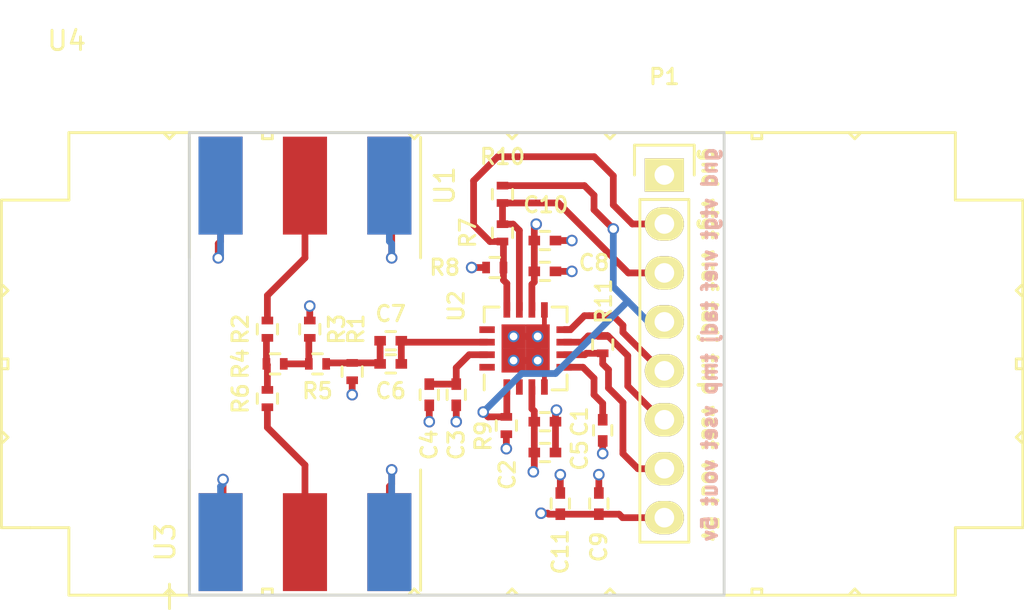
<source format=kicad_pcb>
(kicad_pcb (version 4) (host pcbnew 4.0.2-stable)

  (general
    (links 63)
    (no_connects 4)
    (area 121.724999 85.841 180.000001 120.000001)
    (thickness 1.6)
    (drawings 6)
    (tracks 182)
    (zones 0)
    (modules 27)
    (nets 17)
  )

  (page A4)
  (layers
    (0 F.Cu signal)
    (1 In1.Cu signal)
    (2 In2.Cu signal hide)
    (31 B.Cu signal)
    (32 B.Adhes user)
    (33 F.Adhes user)
    (34 B.Paste user)
    (35 F.Paste user)
    (36 B.SilkS user)
    (37 F.SilkS user)
    (38 B.Mask user)
    (39 F.Mask user)
    (40 Dwgs.User user)
    (41 Cmts.User user)
    (42 Eco1.User user)
    (43 Eco2.User user)
    (44 Edge.Cuts user)
    (45 Margin user)
    (46 B.CrtYd user)
    (47 F.CrtYd user)
    (48 B.Fab user)
    (49 F.Fab user)
  )

  (setup
    (last_trace_width 0.35)
    (user_trace_width 0.35)
    (trace_clearance 0.2)
    (zone_clearance 0.508)
    (zone_45_only no)
    (trace_min 0.2)
    (segment_width 0.2)
    (edge_width 0.15)
    (via_size 0.6)
    (via_drill 0.4)
    (via_min_size 0.4)
    (via_min_drill 0.3)
    (uvia_size 0.3)
    (uvia_drill 0.1)
    (uvias_allowed no)
    (uvia_min_size 0.2)
    (uvia_min_drill 0.1)
    (pcb_text_width 0.3)
    (pcb_text_size 1.5 1.5)
    (mod_edge_width 0.15)
    (mod_text_size 0.8 0.8)
    (mod_text_width 0.15)
    (pad_size 1.524 1.524)
    (pad_drill 0.762)
    (pad_to_mask_clearance 0.2)
    (aux_axis_origin 0 0)
    (visible_elements FFFEFF7F)
    (pcbplotparams
      (layerselection 0x010f8_80000007)
      (usegerberextensions true)
      (excludeedgelayer true)
      (linewidth 0.100000)
      (plotframeref false)
      (viasonmask false)
      (mode 1)
      (useauxorigin false)
      (hpglpennumber 1)
      (hpglpenspeed 20)
      (hpglpendiameter 15)
      (hpglpenoverlay 2)
      (psnegative false)
      (psa4output false)
      (plotreference true)
      (plotvalue true)
      (plotinvisibletext false)
      (padsonsilk false)
      (subtractmaskfromsilk false)
      (outputformat 1)
      (mirror false)
      (drillshape 0)
      (scaleselection 1)
      (outputdirectory gerbs/))
  )

  (net 0 "")
  (net 1 +5V)
  (net 2 GND)
  (net 3 "Net-(C3-Pad1)")
  (net 4 "Net-(C5-Pad1)")
  (net 5 "Net-(C6-Pad1)")
  (net 6 "Net-(C6-Pad2)")
  (net 7 /VTGT)
  (net 8 /TADJ)
  (net 9 /TEMP)
  (net 10 /VSET)
  (net 11 /VOUT)
  (net 12 "Net-(R2-Pad1)")
  (net 13 "Net-(R2-Pad2)")
  (net 14 "Net-(R3-Pad2)")
  (net 15 "Net-(R6-Pad1)")
  (net 16 /VREF)

  (net_class Default "This is the default net class."
    (clearance 0.2)
    (trace_width 0.25)
    (via_dia 0.6)
    (via_drill 0.4)
    (uvia_dia 0.3)
    (uvia_drill 0.1)
    (add_net +5V)
    (add_net /TADJ)
    (add_net /TEMP)
    (add_net /VOUT)
    (add_net /VREF)
    (add_net /VSET)
    (add_net /VTGT)
    (add_net GND)
    (add_net "Net-(C3-Pad1)")
    (add_net "Net-(C5-Pad1)")
    (add_net "Net-(C6-Pad1)")
    (add_net "Net-(C6-Pad2)")
    (add_net "Net-(R2-Pad1)")
    (add_net "Net-(R2-Pad2)")
    (add_net "Net-(R3-Pad2)")
    (add_net "Net-(R6-Pad1)")
  )

  (module Capacitors_SMD:C_0402 (layer F.Cu) (tedit 5415D599) (tstamp 56E4F9FB)
    (at 153.2 108.45 270)
    (descr "Capacitor SMD 0402, reflow soldering, AVX (see smccp.pdf)")
    (tags "capacitor 0402")
    (path /56A5FE1B)
    (attr smd)
    (fp_text reference C5 (at 1.3 1.2 270) (layer F.SilkS)
      (effects (font (size 0.8 0.8) (thickness 0.15)))
    )
    (fp_text value "100 nF" (at 0 1.7 270) (layer F.Fab)
      (effects (font (size 0.8 0.8) (thickness 0.15)))
    )
    (fp_line (start -1.15 -0.6) (end 1.15 -0.6) (layer F.CrtYd) (width 0.05))
    (fp_line (start -1.15 0.6) (end 1.15 0.6) (layer F.CrtYd) (width 0.05))
    (fp_line (start -1.15 -0.6) (end -1.15 0.6) (layer F.CrtYd) (width 0.05))
    (fp_line (start 1.15 -0.6) (end 1.15 0.6) (layer F.CrtYd) (width 0.05))
    (fp_line (start 0.25 -0.475) (end -0.25 -0.475) (layer F.SilkS) (width 0.15))
    (fp_line (start -0.25 0.475) (end 0.25 0.475) (layer F.SilkS) (width 0.15))
    (pad 1 smd rect (at -0.55 0 270) (size 0.6 0.5) (layers F.Cu F.Paste F.Mask)
      (net 4 "Net-(C5-Pad1)"))
    (pad 2 smd rect (at 0.55 0 270) (size 0.6 0.5) (layers F.Cu F.Paste F.Mask)
      (net 2 GND))
    (model Capacitors_SMD.3dshapes/C_0402.wrl
      (at (xyz 0 0 0))
      (scale (xyz 1 1 1))
      (rotate (xyz 0 0 0))
    )
  )

  (module Capacitors_SMD:C_0402 (layer F.Cu) (tedit 56E4FE0B) (tstamp 56E4F9E3)
    (at 150.2 108)
    (descr "Capacitor SMD 0402, reflow soldering, AVX (see smccp.pdf)")
    (tags "capacitor 0402")
    (path /56A5EBCB)
    (attr smd)
    (fp_text reference C1 (at 1.8 0 90) (layer F.SilkS)
      (effects (font (size 0.8 0.8) (thickness 0.15)))
    )
    (fp_text value "100 nF" (at 0 1.7) (layer F.Fab)
      (effects (font (size 0.8 0.8) (thickness 0.15)))
    )
    (fp_line (start -1.15 -0.6) (end 1.15 -0.6) (layer F.CrtYd) (width 0.05))
    (fp_line (start -1.15 0.6) (end 1.15 0.6) (layer F.CrtYd) (width 0.05))
    (fp_line (start -1.15 -0.6) (end -1.15 0.6) (layer F.CrtYd) (width 0.05))
    (fp_line (start 1.15 -0.6) (end 1.15 0.6) (layer F.CrtYd) (width 0.05))
    (fp_line (start 0.25 -0.475) (end -0.25 -0.475) (layer F.SilkS) (width 0.15))
    (fp_line (start -0.25 0.475) (end 0.25 0.475) (layer F.SilkS) (width 0.15))
    (pad 1 smd rect (at -0.55 0) (size 0.6 0.5) (layers F.Cu F.Paste F.Mask)
      (net 1 +5V))
    (pad 2 smd rect (at 0.55 0) (size 0.6 0.5) (layers F.Cu F.Paste F.Mask)
      (net 2 GND))
    (model Capacitors_SMD.3dshapes/C_0402.wrl
      (at (xyz 0 0 0))
      (scale (xyz 1 1 1))
      (rotate (xyz 0 0 0))
    )
  )

  (module Capacitors_SMD:C_0402 (layer F.Cu) (tedit 56E4FDFA) (tstamp 56E4F9E9)
    (at 150.2 109.6)
    (descr "Capacitor SMD 0402, reflow soldering, AVX (see smccp.pdf)")
    (tags "capacitor 0402")
    (path /56A5EF99)
    (attr smd)
    (fp_text reference C2 (at -1.95 1.15 90) (layer F.SilkS)
      (effects (font (size 0.8 0.8) (thickness 0.15)))
    )
    (fp_text value "30 pF" (at 0 1.7) (layer F.Fab)
      (effects (font (size 0.8 0.8) (thickness 0.15)))
    )
    (fp_line (start -1.15 -0.6) (end 1.15 -0.6) (layer F.CrtYd) (width 0.05))
    (fp_line (start -1.15 0.6) (end 1.15 0.6) (layer F.CrtYd) (width 0.05))
    (fp_line (start -1.15 -0.6) (end -1.15 0.6) (layer F.CrtYd) (width 0.05))
    (fp_line (start 1.15 -0.6) (end 1.15 0.6) (layer F.CrtYd) (width 0.05))
    (fp_line (start 0.25 -0.475) (end -0.25 -0.475) (layer F.SilkS) (width 0.15))
    (fp_line (start -0.25 0.475) (end 0.25 0.475) (layer F.SilkS) (width 0.15))
    (pad 1 smd rect (at -0.55 0) (size 0.6 0.5) (layers F.Cu F.Paste F.Mask)
      (net 1 +5V))
    (pad 2 smd rect (at 0.55 0) (size 0.6 0.5) (layers F.Cu F.Paste F.Mask)
      (net 2 GND))
    (model Capacitors_SMD.3dshapes/C_0402.wrl
      (at (xyz 0 0 0))
      (scale (xyz 1 1 1))
      (rotate (xyz 0 0 0))
    )
  )

  (module Capacitors_SMD:C_0402 (layer F.Cu) (tedit 56E4FDF5) (tstamp 56E4F9EF)
    (at 145.6 106.6 270)
    (descr "Capacitor SMD 0402, reflow soldering, AVX (see smccp.pdf)")
    (tags "capacitor 0402")
    (path /56E3F98B)
    (attr smd)
    (fp_text reference C3 (at 2.6 0 270) (layer F.SilkS)
      (effects (font (size 0.8 0.8) (thickness 0.15)))
    )
    (fp_text value "100 nF" (at 0 1.7 270) (layer F.Fab)
      (effects (font (size 0.8 0.8) (thickness 0.15)))
    )
    (fp_line (start -1.15 -0.6) (end 1.15 -0.6) (layer F.CrtYd) (width 0.05))
    (fp_line (start -1.15 0.6) (end 1.15 0.6) (layer F.CrtYd) (width 0.05))
    (fp_line (start -1.15 -0.6) (end -1.15 0.6) (layer F.CrtYd) (width 0.05))
    (fp_line (start 1.15 -0.6) (end 1.15 0.6) (layer F.CrtYd) (width 0.05))
    (fp_line (start 0.25 -0.475) (end -0.25 -0.475) (layer F.SilkS) (width 0.15))
    (fp_line (start -0.25 0.475) (end 0.25 0.475) (layer F.SilkS) (width 0.15))
    (pad 1 smd rect (at -0.55 0 270) (size 0.6 0.5) (layers F.Cu F.Paste F.Mask)
      (net 3 "Net-(C3-Pad1)"))
    (pad 2 smd rect (at 0.55 0 270) (size 0.6 0.5) (layers F.Cu F.Paste F.Mask)
      (net 2 GND))
    (model Capacitors_SMD.3dshapes/C_0402.wrl
      (at (xyz 0 0 0))
      (scale (xyz 1 1 1))
      (rotate (xyz 0 0 0))
    )
  )

  (module Capacitors_SMD:C_0402 (layer F.Cu) (tedit 56E4FDEF) (tstamp 56E4F9F5)
    (at 144.2 106.6 270)
    (descr "Capacitor SMD 0402, reflow soldering, AVX (see smccp.pdf)")
    (tags "capacitor 0402")
    (path /56A5F367)
    (attr smd)
    (fp_text reference C4 (at 2.6 0 270) (layer F.SilkS)
      (effects (font (size 0.8 0.8) (thickness 0.15)))
    )
    (fp_text value "30 pF" (at 0 1.7 270) (layer F.Fab)
      (effects (font (size 0.8 0.8) (thickness 0.15)))
    )
    (fp_line (start -1.15 -0.6) (end 1.15 -0.6) (layer F.CrtYd) (width 0.05))
    (fp_line (start -1.15 0.6) (end 1.15 0.6) (layer F.CrtYd) (width 0.05))
    (fp_line (start -1.15 -0.6) (end -1.15 0.6) (layer F.CrtYd) (width 0.05))
    (fp_line (start 1.15 -0.6) (end 1.15 0.6) (layer F.CrtYd) (width 0.05))
    (fp_line (start 0.25 -0.475) (end -0.25 -0.475) (layer F.SilkS) (width 0.15))
    (fp_line (start -0.25 0.475) (end 0.25 0.475) (layer F.SilkS) (width 0.15))
    (pad 1 smd rect (at -0.55 0 270) (size 0.6 0.5) (layers F.Cu F.Paste F.Mask)
      (net 3 "Net-(C3-Pad1)"))
    (pad 2 smd rect (at 0.55 0 270) (size 0.6 0.5) (layers F.Cu F.Paste F.Mask)
      (net 2 GND))
    (model Capacitors_SMD.3dshapes/C_0402.wrl
      (at (xyz 0 0 0))
      (scale (xyz 1 1 1))
      (rotate (xyz 0 0 0))
    )
  )

  (module Capacitors_SMD:C_0402 (layer F.Cu) (tedit 56E4FDE6) (tstamp 56E4FA01)
    (at 142.2 105 180)
    (descr "Capacitor SMD 0402, reflow soldering, AVX (see smccp.pdf)")
    (tags "capacitor 0402")
    (path /56A5F523)
    (attr smd)
    (fp_text reference C6 (at 0 -1.4 180) (layer F.SilkS)
      (effects (font (size 0.8 0.8) (thickness 0.15)))
    )
    (fp_text value "30 pF" (at 0 1.7 180) (layer F.Fab)
      (effects (font (size 0.8 0.8) (thickness 0.15)))
    )
    (fp_line (start -1.15 -0.6) (end 1.15 -0.6) (layer F.CrtYd) (width 0.05))
    (fp_line (start -1.15 0.6) (end 1.15 0.6) (layer F.CrtYd) (width 0.05))
    (fp_line (start -1.15 -0.6) (end -1.15 0.6) (layer F.CrtYd) (width 0.05))
    (fp_line (start 1.15 -0.6) (end 1.15 0.6) (layer F.CrtYd) (width 0.05))
    (fp_line (start 0.25 -0.475) (end -0.25 -0.475) (layer F.SilkS) (width 0.15))
    (fp_line (start -0.25 0.475) (end 0.25 0.475) (layer F.SilkS) (width 0.15))
    (pad 1 smd rect (at -0.55 0 180) (size 0.6 0.5) (layers F.Cu F.Paste F.Mask)
      (net 5 "Net-(C6-Pad1)"))
    (pad 2 smd rect (at 0.55 0 180) (size 0.6 0.5) (layers F.Cu F.Paste F.Mask)
      (net 6 "Net-(C6-Pad2)"))
    (model Capacitors_SMD.3dshapes/C_0402.wrl
      (at (xyz 0 0 0))
      (scale (xyz 1 1 1))
      (rotate (xyz 0 0 0))
    )
  )

  (module Capacitors_SMD:C_0402 (layer F.Cu) (tedit 56E4FDDF) (tstamp 56E4FA07)
    (at 142.2 103.8 180)
    (descr "Capacitor SMD 0402, reflow soldering, AVX (see smccp.pdf)")
    (tags "capacitor 0402")
    (path /56E3F91C)
    (attr smd)
    (fp_text reference C7 (at 0 1.4 180) (layer F.SilkS)
      (effects (font (size 0.8 0.8) (thickness 0.15)))
    )
    (fp_text value "100 nF" (at 0 1.7 180) (layer F.Fab)
      (effects (font (size 0.8 0.8) (thickness 0.15)))
    )
    (fp_line (start -1.15 -0.6) (end 1.15 -0.6) (layer F.CrtYd) (width 0.05))
    (fp_line (start -1.15 0.6) (end 1.15 0.6) (layer F.CrtYd) (width 0.05))
    (fp_line (start -1.15 -0.6) (end -1.15 0.6) (layer F.CrtYd) (width 0.05))
    (fp_line (start 1.15 -0.6) (end 1.15 0.6) (layer F.CrtYd) (width 0.05))
    (fp_line (start 0.25 -0.475) (end -0.25 -0.475) (layer F.SilkS) (width 0.15))
    (fp_line (start -0.25 0.475) (end 0.25 0.475) (layer F.SilkS) (width 0.15))
    (pad 1 smd rect (at -0.55 0 180) (size 0.6 0.5) (layers F.Cu F.Paste F.Mask)
      (net 5 "Net-(C6-Pad1)"))
    (pad 2 smd rect (at 0.55 0 180) (size 0.6 0.5) (layers F.Cu F.Paste F.Mask)
      (net 6 "Net-(C6-Pad2)"))
    (model Capacitors_SMD.3dshapes/C_0402.wrl
      (at (xyz 0 0 0))
      (scale (xyz 1 1 1))
      (rotate (xyz 0 0 0))
    )
  )

  (module Capacitors_SMD:C_0402 (layer F.Cu) (tedit 5415D599) (tstamp 56E4FA0D)
    (at 150.2 100.2)
    (descr "Capacitor SMD 0402, reflow soldering, AVX (see smccp.pdf)")
    (tags "capacitor 0402")
    (path /56A5EFD9)
    (attr smd)
    (fp_text reference C8 (at 2.55 -0.45) (layer F.SilkS)
      (effects (font (size 0.8 0.8) (thickness 0.15)))
    )
    (fp_text value "30 pF" (at 0 1.7) (layer F.Fab)
      (effects (font (size 0.8 0.8) (thickness 0.15)))
    )
    (fp_line (start -1.15 -0.6) (end 1.15 -0.6) (layer F.CrtYd) (width 0.05))
    (fp_line (start -1.15 0.6) (end 1.15 0.6) (layer F.CrtYd) (width 0.05))
    (fp_line (start -1.15 -0.6) (end -1.15 0.6) (layer F.CrtYd) (width 0.05))
    (fp_line (start 1.15 -0.6) (end 1.15 0.6) (layer F.CrtYd) (width 0.05))
    (fp_line (start 0.25 -0.475) (end -0.25 -0.475) (layer F.SilkS) (width 0.15))
    (fp_line (start -0.25 0.475) (end 0.25 0.475) (layer F.SilkS) (width 0.15))
    (pad 1 smd rect (at -0.55 0) (size 0.6 0.5) (layers F.Cu F.Paste F.Mask)
      (net 1 +5V))
    (pad 2 smd rect (at 0.55 0) (size 0.6 0.5) (layers F.Cu F.Paste F.Mask)
      (net 2 GND))
    (model Capacitors_SMD.3dshapes/C_0402.wrl
      (at (xyz 0 0 0))
      (scale (xyz 1 1 1))
      (rotate (xyz 0 0 0))
    )
  )

  (module Capacitors_SMD:C_0402 (layer F.Cu) (tedit 5415D599) (tstamp 56E4FA13)
    (at 153 112.25 90)
    (descr "Capacitor SMD 0402, reflow soldering, AVX (see smccp.pdf)")
    (tags "capacitor 0402")
    (path /56A60939)
    (attr smd)
    (fp_text reference C9 (at -2.25 0 90) (layer F.SilkS)
      (effects (font (size 0.8 0.8) (thickness 0.15)))
    )
    (fp_text value "10 uF" (at 0 1.7 90) (layer F.Fab)
      (effects (font (size 0.8 0.8) (thickness 0.15)))
    )
    (fp_line (start -1.15 -0.6) (end 1.15 -0.6) (layer F.CrtYd) (width 0.05))
    (fp_line (start -1.15 0.6) (end 1.15 0.6) (layer F.CrtYd) (width 0.05))
    (fp_line (start -1.15 -0.6) (end -1.15 0.6) (layer F.CrtYd) (width 0.05))
    (fp_line (start 1.15 -0.6) (end 1.15 0.6) (layer F.CrtYd) (width 0.05))
    (fp_line (start 0.25 -0.475) (end -0.25 -0.475) (layer F.SilkS) (width 0.15))
    (fp_line (start -0.25 0.475) (end 0.25 0.475) (layer F.SilkS) (width 0.15))
    (pad 1 smd rect (at -0.55 0 90) (size 0.6 0.5) (layers F.Cu F.Paste F.Mask)
      (net 1 +5V))
    (pad 2 smd rect (at 0.55 0 90) (size 0.6 0.5) (layers F.Cu F.Paste F.Mask)
      (net 2 GND))
    (model Capacitors_SMD.3dshapes/C_0402.wrl
      (at (xyz 0 0 0))
      (scale (xyz 1 1 1))
      (rotate (xyz 0 0 0))
    )
  )

  (module Capacitors_SMD:C_0402 (layer F.Cu) (tedit 5415D599) (tstamp 56E4FA19)
    (at 150.2 98.6)
    (descr "Capacitor SMD 0402, reflow soldering, AVX (see smccp.pdf)")
    (tags "capacitor 0402")
    (path /56A5F05C)
    (attr smd)
    (fp_text reference C10 (at 0.05 -1.85 180) (layer F.SilkS)
      (effects (font (size 0.8 0.8) (thickness 0.15)))
    )
    (fp_text value "100 nF" (at 0 1.7) (layer F.Fab)
      (effects (font (size 0.8 0.8) (thickness 0.15)))
    )
    (fp_line (start -1.15 -0.6) (end 1.15 -0.6) (layer F.CrtYd) (width 0.05))
    (fp_line (start -1.15 0.6) (end 1.15 0.6) (layer F.CrtYd) (width 0.05))
    (fp_line (start -1.15 -0.6) (end -1.15 0.6) (layer F.CrtYd) (width 0.05))
    (fp_line (start 1.15 -0.6) (end 1.15 0.6) (layer F.CrtYd) (width 0.05))
    (fp_line (start 0.25 -0.475) (end -0.25 -0.475) (layer F.SilkS) (width 0.15))
    (fp_line (start -0.25 0.475) (end 0.25 0.475) (layer F.SilkS) (width 0.15))
    (pad 1 smd rect (at -0.55 0) (size 0.6 0.5) (layers F.Cu F.Paste F.Mask)
      (net 1 +5V))
    (pad 2 smd rect (at 0.55 0) (size 0.6 0.5) (layers F.Cu F.Paste F.Mask)
      (net 2 GND))
    (model Capacitors_SMD.3dshapes/C_0402.wrl
      (at (xyz 0 0 0))
      (scale (xyz 1 1 1))
      (rotate (xyz 0 0 0))
    )
  )

  (module Capacitors_SMD:C_0402 (layer F.Cu) (tedit 5415D599) (tstamp 56E4FA1F)
    (at 151 112.25 270)
    (descr "Capacitor SMD 0402, reflow soldering, AVX (see smccp.pdf)")
    (tags "capacitor 0402")
    (path /56A63521)
    (attr smd)
    (fp_text reference C11 (at 2.5 0 270) (layer F.SilkS)
      (effects (font (size 0.8 0.8) (thickness 0.15)))
    )
    (fp_text value "100 nF" (at 0 1.7 270) (layer F.Fab)
      (effects (font (size 0.8 0.8) (thickness 0.15)))
    )
    (fp_line (start -1.15 -0.6) (end 1.15 -0.6) (layer F.CrtYd) (width 0.05))
    (fp_line (start -1.15 0.6) (end 1.15 0.6) (layer F.CrtYd) (width 0.05))
    (fp_line (start -1.15 -0.6) (end -1.15 0.6) (layer F.CrtYd) (width 0.05))
    (fp_line (start 1.15 -0.6) (end 1.15 0.6) (layer F.CrtYd) (width 0.05))
    (fp_line (start 0.25 -0.475) (end -0.25 -0.475) (layer F.SilkS) (width 0.15))
    (fp_line (start -0.25 0.475) (end 0.25 0.475) (layer F.SilkS) (width 0.15))
    (pad 1 smd rect (at -0.55 0 270) (size 0.6 0.5) (layers F.Cu F.Paste F.Mask)
      (net 2 GND))
    (pad 2 smd rect (at 0.55 0 270) (size 0.6 0.5) (layers F.Cu F.Paste F.Mask)
      (net 1 +5V))
    (model Capacitors_SMD.3dshapes/C_0402.wrl
      (at (xyz 0 0 0))
      (scale (xyz 1 1 1))
      (rotate (xyz 0 0 0))
    )
  )

  (module Pin_Headers:Pin_Header_Straight_1x08 (layer F.Cu) (tedit 0) (tstamp 56E4FA2B)
    (at 156.4 95.2)
    (descr "Through hole pin header")
    (tags "pin header")
    (path /56A60EE6)
    (fp_text reference P1 (at 0 -5.1) (layer F.SilkS)
      (effects (font (size 0.8 0.8) (thickness 0.15)))
    )
    (fp_text value CONN_01X08 (at 0 -3.1) (layer F.Fab)
      (effects (font (size 0.8 0.8) (thickness 0.15)))
    )
    (fp_line (start -1.75 -1.75) (end -1.75 19.55) (layer F.CrtYd) (width 0.05))
    (fp_line (start 1.75 -1.75) (end 1.75 19.55) (layer F.CrtYd) (width 0.05))
    (fp_line (start -1.75 -1.75) (end 1.75 -1.75) (layer F.CrtYd) (width 0.05))
    (fp_line (start -1.75 19.55) (end 1.75 19.55) (layer F.CrtYd) (width 0.05))
    (fp_line (start 1.27 1.27) (end 1.27 19.05) (layer F.SilkS) (width 0.15))
    (fp_line (start 1.27 19.05) (end -1.27 19.05) (layer F.SilkS) (width 0.15))
    (fp_line (start -1.27 19.05) (end -1.27 1.27) (layer F.SilkS) (width 0.15))
    (fp_line (start 1.55 -1.55) (end 1.55 0) (layer F.SilkS) (width 0.15))
    (fp_line (start 1.27 1.27) (end -1.27 1.27) (layer F.SilkS) (width 0.15))
    (fp_line (start -1.55 0) (end -1.55 -1.55) (layer F.SilkS) (width 0.15))
    (fp_line (start -1.55 -1.55) (end 1.55 -1.55) (layer F.SilkS) (width 0.15))
    (pad 1 thru_hole rect (at 0 0) (size 2.032 1.7272) (drill 1.016) (layers *.Cu *.Mask F.SilkS)
      (net 2 GND))
    (pad 2 thru_hole oval (at 0 2.54) (size 2.032 1.7272) (drill 1.016) (layers *.Cu *.Mask F.SilkS)
      (net 7 /VTGT))
    (pad 3 thru_hole oval (at 0 5.08) (size 2.032 1.7272) (drill 1.016) (layers *.Cu *.Mask F.SilkS)
      (net 16 /VREF))
    (pad 4 thru_hole oval (at 0 7.62) (size 2.032 1.7272) (drill 1.016) (layers *.Cu *.Mask F.SilkS)
      (net 8 /TADJ))
    (pad 5 thru_hole oval (at 0 10.16) (size 2.032 1.7272) (drill 1.016) (layers *.Cu *.Mask F.SilkS)
      (net 9 /TEMP))
    (pad 6 thru_hole oval (at 0 12.7) (size 2.032 1.7272) (drill 1.016) (layers *.Cu *.Mask F.SilkS)
      (net 10 /VSET))
    (pad 7 thru_hole oval (at 0 15.24) (size 2.032 1.7272) (drill 1.016) (layers *.Cu *.Mask F.SilkS)
      (net 11 /VOUT))
    (pad 8 thru_hole oval (at 0 17.78) (size 2.032 1.7272) (drill 1.016) (layers *.Cu *.Mask F.SilkS)
      (net 1 +5V))
    (model Pin_Headers.3dshapes/Pin_Header_Straight_1x08.wrl
      (at (xyz 0 -0.35 0))
      (scale (xyz 1 1 1))
      (rotate (xyz 0 0 90))
    )
  )

  (module Resistors_SMD:R_0402 (layer F.Cu) (tedit 56E4FDE2) (tstamp 56E4FA31)
    (at 140.2 105.4 270)
    (descr "Resistor SMD 0402, reflow soldering, Vishay (see dcrcw.pdf)")
    (tags "resistor 0402")
    (path /56A5FB48)
    (attr smd)
    (fp_text reference R1 (at -2.2 -0.2 270) (layer F.SilkS)
      (effects (font (size 0.8 0.8) (thickness 0.15)))
    )
    (fp_text value 60.4 (at 0 1.8 270) (layer F.Fab)
      (effects (font (size 0.8 0.8) (thickness 0.15)))
    )
    (fp_line (start -0.95 -0.65) (end 0.95 -0.65) (layer F.CrtYd) (width 0.05))
    (fp_line (start -0.95 0.65) (end 0.95 0.65) (layer F.CrtYd) (width 0.05))
    (fp_line (start -0.95 -0.65) (end -0.95 0.65) (layer F.CrtYd) (width 0.05))
    (fp_line (start 0.95 -0.65) (end 0.95 0.65) (layer F.CrtYd) (width 0.05))
    (fp_line (start 0.25 -0.525) (end -0.25 -0.525) (layer F.SilkS) (width 0.15))
    (fp_line (start -0.25 0.525) (end 0.25 0.525) (layer F.SilkS) (width 0.15))
    (pad 1 smd rect (at -0.45 0 270) (size 0.4 0.6) (layers F.Cu F.Paste F.Mask)
      (net 6 "Net-(C6-Pad2)"))
    (pad 2 smd rect (at 0.45 0 270) (size 0.4 0.6) (layers F.Cu F.Paste F.Mask)
      (net 2 GND))
    (model Resistors_SMD.3dshapes/R_0402.wrl
      (at (xyz 0 0 0))
      (scale (xyz 1 1 1))
      (rotate (xyz 0 0 0))
    )
  )

  (module Resistors_SMD:R_0402 (layer F.Cu) (tedit 56E4FDD1) (tstamp 56E4FA37)
    (at 135.8 103.2 90)
    (descr "Resistor SMD 0402, reflow soldering, Vishay (see dcrcw.pdf)")
    (tags "resistor 0402")
    (path /56E3E195)
    (attr smd)
    (fp_text reference R2 (at 0 -1.4 90) (layer F.SilkS)
      (effects (font (size 0.8 0.8) (thickness 0.15)))
    )
    (fp_text value 5.6 (at 0 1.8 90) (layer F.Fab)
      (effects (font (size 0.8 0.8) (thickness 0.15)))
    )
    (fp_line (start -0.95 -0.65) (end 0.95 -0.65) (layer F.CrtYd) (width 0.05))
    (fp_line (start -0.95 0.65) (end 0.95 0.65) (layer F.CrtYd) (width 0.05))
    (fp_line (start -0.95 -0.65) (end -0.95 0.65) (layer F.CrtYd) (width 0.05))
    (fp_line (start 0.95 -0.65) (end 0.95 0.65) (layer F.CrtYd) (width 0.05))
    (fp_line (start 0.25 -0.525) (end -0.25 -0.525) (layer F.SilkS) (width 0.15))
    (fp_line (start -0.25 0.525) (end 0.25 0.525) (layer F.SilkS) (width 0.15))
    (pad 1 smd rect (at -0.45 0 90) (size 0.4 0.6) (layers F.Cu F.Paste F.Mask)
      (net 12 "Net-(R2-Pad1)"))
    (pad 2 smd rect (at 0.45 0 90) (size 0.4 0.6) (layers F.Cu F.Paste F.Mask)
      (net 13 "Net-(R2-Pad2)"))
    (model Resistors_SMD.3dshapes/R_0402.wrl
      (at (xyz 0 0 0))
      (scale (xyz 1 1 1))
      (rotate (xyz 0 0 0))
    )
  )

  (module Resistors_SMD:R_0402 (layer F.Cu) (tedit 56E4FDD9) (tstamp 56E4FA3D)
    (at 138 103.2 270)
    (descr "Resistor SMD 0402, reflow soldering, Vishay (see dcrcw.pdf)")
    (tags "resistor 0402")
    (path /56E3E462)
    (attr smd)
    (fp_text reference R3 (at 0 -1.4 270) (layer F.SilkS)
      (effects (font (size 0.8 0.8) (thickness 0.15)))
    )
    (fp_text value 64.9 (at 0 1.8 270) (layer F.Fab)
      (effects (font (size 0.8 0.8) (thickness 0.15)))
    )
    (fp_line (start -0.95 -0.65) (end 0.95 -0.65) (layer F.CrtYd) (width 0.05))
    (fp_line (start -0.95 0.65) (end 0.95 0.65) (layer F.CrtYd) (width 0.05))
    (fp_line (start -0.95 -0.65) (end -0.95 0.65) (layer F.CrtYd) (width 0.05))
    (fp_line (start 0.95 -0.65) (end 0.95 0.65) (layer F.CrtYd) (width 0.05))
    (fp_line (start 0.25 -0.525) (end -0.25 -0.525) (layer F.SilkS) (width 0.15))
    (fp_line (start -0.25 0.525) (end 0.25 0.525) (layer F.SilkS) (width 0.15))
    (pad 1 smd rect (at -0.45 0 270) (size 0.4 0.6) (layers F.Cu F.Paste F.Mask)
      (net 2 GND))
    (pad 2 smd rect (at 0.45 0 270) (size 0.4 0.6) (layers F.Cu F.Paste F.Mask)
      (net 14 "Net-(R3-Pad2)"))
    (model Resistors_SMD.3dshapes/R_0402.wrl
      (at (xyz 0 0 0))
      (scale (xyz 1 1 1))
      (rotate (xyz 0 0 0))
    )
  )

  (module Resistors_SMD:R_0402 (layer F.Cu) (tedit 56E4FDD4) (tstamp 56E4FA43)
    (at 136.2 105 180)
    (descr "Resistor SMD 0402, reflow soldering, Vishay (see dcrcw.pdf)")
    (tags "resistor 0402")
    (path /56E3E323)
    (attr smd)
    (fp_text reference R4 (at 1.8 0 270) (layer F.SilkS)
      (effects (font (size 0.8 0.8) (thickness 0.15)))
    )
    (fp_text value 5.6 (at 0 1.8 180) (layer F.Fab)
      (effects (font (size 0.8 0.8) (thickness 0.15)))
    )
    (fp_line (start -0.95 -0.65) (end 0.95 -0.65) (layer F.CrtYd) (width 0.05))
    (fp_line (start -0.95 0.65) (end 0.95 0.65) (layer F.CrtYd) (width 0.05))
    (fp_line (start -0.95 -0.65) (end -0.95 0.65) (layer F.CrtYd) (width 0.05))
    (fp_line (start 0.95 -0.65) (end 0.95 0.65) (layer F.CrtYd) (width 0.05))
    (fp_line (start 0.25 -0.525) (end -0.25 -0.525) (layer F.SilkS) (width 0.15))
    (fp_line (start -0.25 0.525) (end 0.25 0.525) (layer F.SilkS) (width 0.15))
    (pad 1 smd rect (at -0.45 0 180) (size 0.4 0.6) (layers F.Cu F.Paste F.Mask)
      (net 14 "Net-(R3-Pad2)"))
    (pad 2 smd rect (at 0.45 0 180) (size 0.4 0.6) (layers F.Cu F.Paste F.Mask)
      (net 12 "Net-(R2-Pad1)"))
    (model Resistors_SMD.3dshapes/R_0402.wrl
      (at (xyz 0 0 0))
      (scale (xyz 1 1 1))
      (rotate (xyz 0 0 0))
    )
  )

  (module Resistors_SMD:R_0402 (layer F.Cu) (tedit 56E4FDD8) (tstamp 56E4FA49)
    (at 138.4 105 180)
    (descr "Resistor SMD 0402, reflow soldering, Vishay (see dcrcw.pdf)")
    (tags "resistor 0402")
    (path /56E3E39B)
    (attr smd)
    (fp_text reference R5 (at 0 -1.4 180) (layer F.SilkS)
      (effects (font (size 0.8 0.8) (thickness 0.15)))
    )
    (fp_text value 187 (at 0 1.8 180) (layer F.Fab)
      (effects (font (size 0.8 0.8) (thickness 0.15)))
    )
    (fp_line (start -0.95 -0.65) (end 0.95 -0.65) (layer F.CrtYd) (width 0.05))
    (fp_line (start -0.95 0.65) (end 0.95 0.65) (layer F.CrtYd) (width 0.05))
    (fp_line (start -0.95 -0.65) (end -0.95 0.65) (layer F.CrtYd) (width 0.05))
    (fp_line (start 0.95 -0.65) (end 0.95 0.65) (layer F.CrtYd) (width 0.05))
    (fp_line (start 0.25 -0.525) (end -0.25 -0.525) (layer F.SilkS) (width 0.15))
    (fp_line (start -0.25 0.525) (end 0.25 0.525) (layer F.SilkS) (width 0.15))
    (pad 1 smd rect (at -0.45 0 180) (size 0.4 0.6) (layers F.Cu F.Paste F.Mask)
      (net 6 "Net-(C6-Pad2)"))
    (pad 2 smd rect (at 0.45 0 180) (size 0.4 0.6) (layers F.Cu F.Paste F.Mask)
      (net 14 "Net-(R3-Pad2)"))
    (model Resistors_SMD.3dshapes/R_0402.wrl
      (at (xyz 0 0 0))
      (scale (xyz 1 1 1))
      (rotate (xyz 0 0 0))
    )
  )

  (module Resistors_SMD:R_0402 (layer F.Cu) (tedit 56E4FDCF) (tstamp 56E4FA4F)
    (at 135.8 106.8 90)
    (descr "Resistor SMD 0402, reflow soldering, Vishay (see dcrcw.pdf)")
    (tags "resistor 0402")
    (path /56E3E273)
    (attr smd)
    (fp_text reference R6 (at 0 -1.4 90) (layer F.SilkS)
      (effects (font (size 0.8 0.8) (thickness 0.15)))
    )
    (fp_text value 5.6 (at 0 1.8 90) (layer F.Fab)
      (effects (font (size 0.8 0.8) (thickness 0.15)))
    )
    (fp_line (start -0.95 -0.65) (end 0.95 -0.65) (layer F.CrtYd) (width 0.05))
    (fp_line (start -0.95 0.65) (end 0.95 0.65) (layer F.CrtYd) (width 0.05))
    (fp_line (start -0.95 -0.65) (end -0.95 0.65) (layer F.CrtYd) (width 0.05))
    (fp_line (start 0.95 -0.65) (end 0.95 0.65) (layer F.CrtYd) (width 0.05))
    (fp_line (start 0.25 -0.525) (end -0.25 -0.525) (layer F.SilkS) (width 0.15))
    (fp_line (start -0.25 0.525) (end 0.25 0.525) (layer F.SilkS) (width 0.15))
    (pad 1 smd rect (at -0.45 0 90) (size 0.4 0.6) (layers F.Cu F.Paste F.Mask)
      (net 15 "Net-(R6-Pad1)"))
    (pad 2 smd rect (at 0.45 0 90) (size 0.4 0.6) (layers F.Cu F.Paste F.Mask)
      (net 12 "Net-(R2-Pad1)"))
    (model Resistors_SMD.3dshapes/R_0402.wrl
      (at (xyz 0 0 0))
      (scale (xyz 1 1 1))
      (rotate (xyz 0 0 0))
    )
  )

  (module Resistors_SMD:R_0402 (layer F.Cu) (tedit 5415CBB8) (tstamp 56E4FA55)
    (at 148 98.2 90)
    (descr "Resistor SMD 0402, reflow soldering, Vishay (see dcrcw.pdf)")
    (tags "resistor 0402")
    (path /56A6223B)
    (attr smd)
    (fp_text reference R7 (at 0 -1.8 90) (layer F.SilkS)
      (effects (font (size 0.8 0.8) (thickness 0.15)))
    )
    (fp_text value 3.74k (at 0 1.8 90) (layer F.Fab)
      (effects (font (size 0.8 0.8) (thickness 0.15)))
    )
    (fp_line (start -0.95 -0.65) (end 0.95 -0.65) (layer F.CrtYd) (width 0.05))
    (fp_line (start -0.95 0.65) (end 0.95 0.65) (layer F.CrtYd) (width 0.05))
    (fp_line (start -0.95 -0.65) (end -0.95 0.65) (layer F.CrtYd) (width 0.05))
    (fp_line (start 0.95 -0.65) (end 0.95 0.65) (layer F.CrtYd) (width 0.05))
    (fp_line (start 0.25 -0.525) (end -0.25 -0.525) (layer F.SilkS) (width 0.15))
    (fp_line (start -0.25 0.525) (end 0.25 0.525) (layer F.SilkS) (width 0.15))
    (pad 1 smd rect (at -0.45 0 90) (size 0.4 0.6) (layers F.Cu F.Paste F.Mask)
      (net 7 /VTGT))
    (pad 2 smd rect (at 0.45 0 90) (size 0.4 0.6) (layers F.Cu F.Paste F.Mask)
      (net 16 /VREF))
    (model Resistors_SMD.3dshapes/R_0402.wrl
      (at (xyz 0 0 0))
      (scale (xyz 1 1 1))
      (rotate (xyz 0 0 0))
    )
  )

  (module Resistors_SMD:R_0402 (layer F.Cu) (tedit 5415CBB8) (tstamp 56E4FA5B)
    (at 147.6 100)
    (descr "Resistor SMD 0402, reflow soldering, Vishay (see dcrcw.pdf)")
    (tags "resistor 0402")
    (path /56A622A4)
    (attr smd)
    (fp_text reference R8 (at -2.6 0) (layer F.SilkS)
      (effects (font (size 0.8 0.8) (thickness 0.15)))
    )
    (fp_text value 2k (at 0 1.8) (layer F.Fab)
      (effects (font (size 0.8 0.8) (thickness 0.15)))
    )
    (fp_line (start -0.95 -0.65) (end 0.95 -0.65) (layer F.CrtYd) (width 0.05))
    (fp_line (start -0.95 0.65) (end 0.95 0.65) (layer F.CrtYd) (width 0.05))
    (fp_line (start -0.95 -0.65) (end -0.95 0.65) (layer F.CrtYd) (width 0.05))
    (fp_line (start 0.95 -0.65) (end 0.95 0.65) (layer F.CrtYd) (width 0.05))
    (fp_line (start 0.25 -0.525) (end -0.25 -0.525) (layer F.SilkS) (width 0.15))
    (fp_line (start -0.25 0.525) (end 0.25 0.525) (layer F.SilkS) (width 0.15))
    (pad 1 smd rect (at -0.45 0) (size 0.4 0.6) (layers F.Cu F.Paste F.Mask)
      (net 2 GND))
    (pad 2 smd rect (at 0.45 0) (size 0.4 0.6) (layers F.Cu F.Paste F.Mask)
      (net 7 /VTGT))
    (model Resistors_SMD.3dshapes/R_0402.wrl
      (at (xyz 0 0 0))
      (scale (xyz 1 1 1))
      (rotate (xyz 0 0 0))
    )
  )

  (module Resistors_SMD:R_0402 (layer F.Cu) (tedit 56E4FDED) (tstamp 56E4FA61)
    (at 148.2 108.2 90)
    (descr "Resistor SMD 0402, reflow soldering, Vishay (see dcrcw.pdf)")
    (tags "resistor 0402")
    (path /56A617C6)
    (attr smd)
    (fp_text reference R9 (at -0.55 -1.2 90) (layer F.SilkS)
      (effects (font (size 0.8 0.8) (thickness 0.15)))
    )
    (fp_text value 301 (at 0 1.8 90) (layer F.Fab)
      (effects (font (size 0.8 0.8) (thickness 0.15)))
    )
    (fp_line (start -0.95 -0.65) (end 0.95 -0.65) (layer F.CrtYd) (width 0.05))
    (fp_line (start -0.95 0.65) (end 0.95 0.65) (layer F.CrtYd) (width 0.05))
    (fp_line (start -0.95 -0.65) (end -0.95 0.65) (layer F.CrtYd) (width 0.05))
    (fp_line (start 0.95 -0.65) (end 0.95 0.65) (layer F.CrtYd) (width 0.05))
    (fp_line (start 0.25 -0.525) (end -0.25 -0.525) (layer F.SilkS) (width 0.15))
    (fp_line (start -0.25 0.525) (end 0.25 0.525) (layer F.SilkS) (width 0.15))
    (pad 1 smd rect (at -0.45 0 90) (size 0.4 0.6) (layers F.Cu F.Paste F.Mask)
      (net 2 GND))
    (pad 2 smd rect (at 0.45 0 90) (size 0.4 0.6) (layers F.Cu F.Paste F.Mask)
      (net 8 /TADJ))
    (model Resistors_SMD.3dshapes/R_0402.wrl
      (at (xyz 0 0 0))
      (scale (xyz 1 1 1))
      (rotate (xyz 0 0 0))
    )
  )

  (module Resistors_SMD:R_0402 (layer F.Cu) (tedit 5415CBB8) (tstamp 56E4FA67)
    (at 148 96.2 270)
    (descr "Resistor SMD 0402, reflow soldering, Vishay (see dcrcw.pdf)")
    (tags "resistor 0402")
    (path /56A618B9)
    (attr smd)
    (fp_text reference R10 (at -1.95 0 360) (layer F.SilkS)
      (effects (font (size 0.8 0.8) (thickness 0.15)))
    )
    (fp_text value 1430 (at 0 1.8 270) (layer F.Fab)
      (effects (font (size 0.8 0.8) (thickness 0.15)))
    )
    (fp_line (start -0.95 -0.65) (end 0.95 -0.65) (layer F.CrtYd) (width 0.05))
    (fp_line (start -0.95 0.65) (end 0.95 0.65) (layer F.CrtYd) (width 0.05))
    (fp_line (start -0.95 -0.65) (end -0.95 0.65) (layer F.CrtYd) (width 0.05))
    (fp_line (start 0.95 -0.65) (end 0.95 0.65) (layer F.CrtYd) (width 0.05))
    (fp_line (start 0.25 -0.525) (end -0.25 -0.525) (layer F.SilkS) (width 0.15))
    (fp_line (start -0.25 0.525) (end 0.25 0.525) (layer F.SilkS) (width 0.15))
    (pad 1 smd rect (at -0.45 0 270) (size 0.4 0.6) (layers F.Cu F.Paste F.Mask)
      (net 8 /TADJ))
    (pad 2 smd rect (at 0.45 0 270) (size 0.4 0.6) (layers F.Cu F.Paste F.Mask)
      (net 16 /VREF))
    (model Resistors_SMD.3dshapes/R_0402.wrl
      (at (xyz 0 0 0))
      (scale (xyz 1 1 1))
      (rotate (xyz 0 0 0))
    )
  )

  (module Resistors_SMD:R_0402 (layer F.Cu) (tedit 5415CBB8) (tstamp 56E4FA6D)
    (at 153.2 104 90)
    (descr "Resistor SMD 0402, reflow soldering, Vishay (see dcrcw.pdf)")
    (tags "resistor 0402")
    (path /56A62DD9)
    (attr smd)
    (fp_text reference R11 (at 2.25 0.05 90) (layer F.SilkS)
      (effects (font (size 0.8 0.8) (thickness 0.15)))
    )
    (fp_text value 0 (at 0 1.8 90) (layer F.Fab)
      (effects (font (size 0.8 0.8) (thickness 0.15)))
    )
    (fp_line (start -0.95 -0.65) (end 0.95 -0.65) (layer F.CrtYd) (width 0.05))
    (fp_line (start -0.95 0.65) (end 0.95 0.65) (layer F.CrtYd) (width 0.05))
    (fp_line (start -0.95 -0.65) (end -0.95 0.65) (layer F.CrtYd) (width 0.05))
    (fp_line (start 0.95 -0.65) (end 0.95 0.65) (layer F.CrtYd) (width 0.05))
    (fp_line (start 0.25 -0.525) (end -0.25 -0.525) (layer F.SilkS) (width 0.15))
    (fp_line (start -0.25 0.525) (end 0.25 0.525) (layer F.SilkS) (width 0.15))
    (pad 1 smd rect (at -0.45 0 90) (size 0.4 0.6) (layers F.Cu F.Paste F.Mask)
      (net 11 /VOUT))
    (pad 2 smd rect (at 0.45 0 90) (size 0.4 0.6) (layers F.Cu F.Paste F.Mask)
      (net 10 /VSET))
    (model Resistors_SMD.3dshapes/R_0402.wrl
      (at (xyz 0 0 0))
      (scale (xyz 1 1 1))
      (rotate (xyz 0 0 0))
    )
  )

  (module Housings_DFN_QFN:QFN-16-1EP_4x4mm_Pitch0.65mm (layer F.Cu) (tedit 56E4FDF1) (tstamp 56E4FA8E)
    (at 149.2 104.2 90)
    (descr "16-Lead Plastic Quad Flat, No Lead Package (ML) - 4x4x0.9 mm Body [QFN]; (see Microchip Packaging Specification 00000049BS.pdf)")
    (tags "QFN 0.65")
    (path /56A5E831)
    (attr smd)
    (fp_text reference U2 (at 2.2 -3.6 90) (layer F.SilkS)
      (effects (font (size 0.8 0.8) (thickness 0.15)))
    )
    (fp_text value ADL5902 (at 0 3.4 90) (layer F.Fab)
      (effects (font (size 0.8 0.8) (thickness 0.15)))
    )
    (fp_line (start -2.65 -2.65) (end -2.65 2.65) (layer F.CrtYd) (width 0.05))
    (fp_line (start 2.65 -2.65) (end 2.65 2.65) (layer F.CrtYd) (width 0.05))
    (fp_line (start -2.65 -2.65) (end 2.65 -2.65) (layer F.CrtYd) (width 0.05))
    (fp_line (start -2.65 2.65) (end 2.65 2.65) (layer F.CrtYd) (width 0.05))
    (fp_line (start 2.15 -2.15) (end 2.15 -1.375) (layer F.SilkS) (width 0.15))
    (fp_line (start -2.15 2.15) (end -2.15 1.375) (layer F.SilkS) (width 0.15))
    (fp_line (start 2.15 2.15) (end 2.15 1.375) (layer F.SilkS) (width 0.15))
    (fp_line (start -2.15 -2.15) (end -1.375 -2.15) (layer F.SilkS) (width 0.15))
    (fp_line (start -2.15 2.15) (end -1.375 2.15) (layer F.SilkS) (width 0.15))
    (fp_line (start 2.15 2.15) (end 1.375 2.15) (layer F.SilkS) (width 0.15))
    (fp_line (start 2.15 -2.15) (end 1.375 -2.15) (layer F.SilkS) (width 0.15))
    (pad 1 smd rect (at -2 -0.975 90) (size 0.8 0.35) (layers F.Cu F.Paste F.Mask)
      (net 8 /TADJ))
    (pad 2 smd rect (at -2 -0.325 90) (size 0.8 0.35) (layers F.Cu F.Paste F.Mask))
    (pad 3 smd rect (at -2 0.325 90) (size 0.8 0.35) (layers F.Cu F.Paste F.Mask)
      (net 1 +5V))
    (pad 4 smd rect (at -2 0.975 90) (size 0.8 0.35) (layers F.Cu F.Paste F.Mask)
      (net 2 GND))
    (pad 5 smd rect (at -0.975 2 180) (size 0.8 0.35) (layers F.Cu F.Paste F.Mask)
      (net 4 "Net-(C5-Pad1)"))
    (pad 6 smd rect (at -0.325 2 180) (size 0.8 0.35) (layers F.Cu F.Paste F.Mask)
      (net 11 /VOUT))
    (pad 7 smd rect (at 0.325 2 180) (size 0.8 0.35) (layers F.Cu F.Paste F.Mask)
      (net 10 /VSET))
    (pad 8 smd rect (at 0.975 2 180) (size 0.8 0.35) (layers F.Cu F.Paste F.Mask)
      (net 9 /TEMP))
    (pad 9 smd rect (at 2 0.975 90) (size 0.8 0.35) (layers F.Cu F.Paste F.Mask)
      (net 2 GND))
    (pad 10 smd rect (at 2 0.325 90) (size 0.8 0.35) (layers F.Cu F.Paste F.Mask)
      (net 1 +5V))
    (pad 11 smd rect (at 2 -0.325 90) (size 0.8 0.35) (layers F.Cu F.Paste F.Mask)
      (net 16 /VREF))
    (pad 12 smd rect (at 2 -0.975 90) (size 0.8 0.35) (layers F.Cu F.Paste F.Mask)
      (net 7 /VTGT))
    (pad 13 smd rect (at 0.975 -2 180) (size 0.8 0.35) (layers F.Cu F.Paste F.Mask))
    (pad 14 smd rect (at 0.325 -2 180) (size 0.8 0.35) (layers F.Cu F.Paste F.Mask)
      (net 5 "Net-(C6-Pad1)"))
    (pad 15 smd rect (at -0.325 -2 180) (size 0.8 0.35) (layers F.Cu F.Paste F.Mask)
      (net 3 "Net-(C3-Pad1)"))
    (pad 16 smd rect (at -0.975 -2 180) (size 0.8 0.35) (layers F.Cu F.Paste F.Mask))
    (pad 17 smd rect (at 0.625 0.625 90) (size 1.25 1.25) (layers F.Cu F.Paste F.Mask)
      (net 2 GND) (solder_paste_margin_ratio -0.2))
    (pad 17 smd rect (at 0.625 -0.625 90) (size 1.25 1.25) (layers F.Cu F.Paste F.Mask)
      (net 2 GND) (solder_paste_margin_ratio -0.2))
    (pad 17 smd rect (at -0.625 0.625 90) (size 1.25 1.25) (layers F.Cu F.Paste F.Mask)
      (net 2 GND) (solder_paste_margin_ratio -0.2))
    (pad 17 smd rect (at -0.625 -0.625 90) (size 1.25 1.25) (layers F.Cu F.Paste F.Mask)
      (net 2 GND) (solder_paste_margin_ratio -0.2))
    (model Housings_DFN_QFN.3dshapes/QFN-16-1EP_4x4mm_Pitch0.65mm.wrl
      (at (xyz 0 0 0))
      (scale (xyz 1 1 1))
      (rotate (xyz 0 0 0))
    )
  )

  (module vna_footprints:POMONA_2400BOX (layer F.Cu) (tedit 56AF239E) (tstamp 56E64DD0)
    (at 148.5 105)
    (path /56E4FB8E)
    (fp_text reference U4 (at -23.114 -16.764) (layer F.SilkS)
      (effects (font (size 1 1) (thickness 0.15)))
    )
    (fp_text value mounting_box (at -18.034 -18.034) (layer F.Fab)
      (effects (font (size 1 1) (thickness 0.15)))
    )
    (fp_line (start -26.162 -3.81) (end -26.416 -4.064) (layer F.SilkS) (width 0.15))
    (fp_line (start -26.416 -3.556) (end -26.162 -3.81) (layer F.SilkS) (width 0.15))
    (fp_line (start -26.162 3.81) (end -26.416 3.556) (layer F.SilkS) (width 0.15))
    (fp_line (start -26.416 4.064) (end -26.162 3.81) (layer F.SilkS) (width 0.15))
    (fp_line (start -17.78 11.684) (end -17.526 11.938) (layer F.SilkS) (width 0.15))
    (fp_line (start -18.034 11.938) (end -17.78 11.684) (layer F.SilkS) (width 0.15))
    (fp_line (start 0 11.684) (end 0.254 11.938) (layer F.SilkS) (width 0.15))
    (fp_line (start -0.254 11.938) (end 0 11.684) (layer F.SilkS) (width 0.15))
    (fp_line (start -5.08 11.684) (end -4.826 11.938) (layer F.SilkS) (width 0.15))
    (fp_line (start -5.334 11.938) (end -5.08 11.684) (layer F.SilkS) (width 0.15))
    (fp_line (start 5.08 11.684) (end 5.334 11.938) (layer F.SilkS) (width 0.15))
    (fp_line (start 4.826 11.938) (end 5.08 11.684) (layer F.SilkS) (width 0.15))
    (fp_line (start 17.78 11.684) (end 18.034 11.938) (layer F.SilkS) (width 0.15))
    (fp_line (start 17.526 11.938) (end 17.78 11.684) (layer F.SilkS) (width 0.15))
    (fp_line (start 26.162 3.81) (end 26.416 4.064) (layer F.SilkS) (width 0.15))
    (fp_line (start 26.162 3.81) (end 26.416 3.556) (layer F.SilkS) (width 0.15))
    (fp_line (start 26.162 -3.81) (end 26.416 -3.556) (layer F.SilkS) (width 0.15))
    (fp_line (start 26.416 -4.064) (end 26.162 -3.81) (layer F.SilkS) (width 0.15))
    (fp_line (start 17.78 -11.684) (end 18.034 -11.938) (layer F.SilkS) (width 0.15))
    (fp_line (start 17.526 -11.938) (end 17.78 -11.684) (layer F.SilkS) (width 0.15))
    (fp_line (start 5.08 -11.684) (end 5.334 -11.938) (layer F.SilkS) (width 0.15))
    (fp_line (start 4.826 -11.938) (end 5.08 -11.684) (layer F.SilkS) (width 0.15))
    (fp_line (start 0 -11.684) (end 0.254 -11.938) (layer F.SilkS) (width 0.15))
    (fp_line (start -0.254 -11.938) (end 0 -11.684) (layer F.SilkS) (width 0.15))
    (fp_line (start -5.08 -11.684) (end -4.826 -11.938) (layer F.SilkS) (width 0.15))
    (fp_line (start -5.334 -11.938) (end -5.08 -11.684) (layer F.SilkS) (width 0.15))
    (fp_line (start -17.78 -11.684) (end -17.526 -11.938) (layer F.SilkS) (width 0.15))
    (fp_line (start -18.034 -11.938) (end -17.78 -11.684) (layer F.SilkS) (width 0.15))
    (fp_line (start -17.78 12.7) (end -17.78 11.43) (layer F.SilkS) (width 0.15))
    (fp_line (start -26.162 0.254) (end -26.416 0.254) (layer F.SilkS) (width 0.15))
    (fp_line (start -26.162 -0.254) (end -26.162 0.254) (layer F.SilkS) (width 0.15))
    (fp_line (start -26.416 -0.254) (end -26.162 -0.254) (layer F.SilkS) (width 0.15))
    (fp_line (start 26.162 0.254) (end 26.416 0.254) (layer F.SilkS) (width 0.15))
    (fp_line (start 26.162 -0.254) (end 26.162 0.254) (layer F.SilkS) (width 0.15))
    (fp_line (start 26.416 -0.254) (end 26.162 -0.254) (layer F.SilkS) (width 0.15))
    (fp_line (start -12.446 11.684) (end -12.446 11.938) (layer F.SilkS) (width 0.15))
    (fp_line (start -12.954 11.684) (end -12.446 11.684) (layer F.SilkS) (width 0.15))
    (fp_line (start -12.954 11.938) (end -12.954 11.684) (layer F.SilkS) (width 0.15))
    (fp_line (start 12.954 11.684) (end 12.954 11.938) (layer F.SilkS) (width 0.15))
    (fp_line (start 12.446 11.684) (end 12.954 11.684) (layer F.SilkS) (width 0.15))
    (fp_line (start 12.446 11.938) (end 12.446 11.684) (layer F.SilkS) (width 0.15))
    (fp_line (start 12.954 -11.684) (end 12.954 -11.938) (layer F.SilkS) (width 0.15))
    (fp_line (start 12.446 -11.684) (end 12.954 -11.684) (layer F.SilkS) (width 0.15))
    (fp_line (start 12.446 -11.938) (end 12.446 -11.684) (layer F.SilkS) (width 0.15))
    (fp_line (start 12.446 -11.684) (end 12.446 -11.938) (layer F.SilkS) (width 0.15))
    (fp_line (start -12.446 -11.684) (end -12.446 -11.938) (layer F.SilkS) (width 0.15))
    (fp_line (start -12.954 -11.684) (end -12.446 -11.684) (layer F.SilkS) (width 0.15))
    (fp_line (start -12.954 -11.938) (end -12.954 -11.684) (layer F.SilkS) (width 0.15))
    (fp_line (start 23 -12) (end -23 -12) (layer F.SilkS) (width 0.15))
    (fp_line (start 23 -8.5) (end 23 -12) (layer F.SilkS) (width 0.15))
    (fp_line (start 26.5 -8.5) (end 23 -8.5) (layer F.SilkS) (width 0.15))
    (fp_line (start 23 12) (end -22 12) (layer F.SilkS) (width 0.15))
    (fp_line (start 23 8.5) (end 23 12) (layer F.SilkS) (width 0.15))
    (fp_line (start 26.5 8.5) (end 23 8.5) (layer F.SilkS) (width 0.15))
    (fp_line (start -23 -8.5) (end -23 -12) (layer F.SilkS) (width 0.15))
    (fp_line (start -26.5 -8.5) (end -23 -8.5) (layer F.SilkS) (width 0.15))
    (fp_line (start -23 12) (end -22 12) (layer F.SilkS) (width 0.15))
    (fp_line (start -23 8.5) (end -23 12) (layer F.SilkS) (width 0.15))
    (fp_line (start -25 8.5) (end -23 8.5) (layer F.SilkS) (width 0.15))
    (fp_line (start -26.5 8.5) (end -25 8.5) (layer F.SilkS) (width 0.15))
    (fp_line (start 26.5 0) (end 26.5 8.5) (layer F.SilkS) (width 0.15))
    (fp_line (start 26.5 0) (end 26.5 -8.5) (layer F.SilkS) (width 0.15))
    (fp_line (start -26.5 0) (end -26.5 8.5) (layer F.SilkS) (width 0.15))
    (fp_line (start -26.5 0) (end -26.5 -8.5) (layer F.SilkS) (width 0.15))
  )

  (module vna_footprints:732511150_sma (layer F.Cu) (tedit 5715A644) (tstamp 5715A7CA)
    (at 137.75 95.75 180)
    (path /56A5E3C0)
    (fp_text reference U1 (at -7.25 0 270) (layer F.SilkS)
      (effects (font (size 1 1) (thickness 0.15)))
    )
    (fp_text value CONN_SMA (at 7 -3.5 270) (layer F.Fab)
      (effects (font (size 1 1) (thickness 0.15)))
    )
    (fp_line (start 6 2.5) (end 6 -3.75) (layer F.SilkS) (width 0.15))
    (fp_line (start -6 2.5) (end -6 -3.75) (layer F.SilkS) (width 0.15))
    (pad 1 smd rect (at 0 0 180) (size 2.29 5.08) (layers F.Cu F.Paste F.Mask)
      (net 13 "Net-(R2-Pad2)"))
    (pad 2 smd rect (at 4.38 0 180) (size 2.29 5.08) (layers F.Cu F.Paste F.Mask)
      (net 2 GND))
    (pad 3 smd rect (at -4.38 0 180) (size 2.29 5.08) (layers F.Cu F.Paste F.Mask)
      (net 2 GND))
    (pad 4 smd rect (at -4.38 0 180) (size 2.29 5.08) (layers B.Cu B.Paste B.Mask)
      (net 2 GND))
    (pad 5 smd rect (at 4.38 0 180) (size 2.29 5.08) (layers B.Cu B.Paste B.Mask)
      (net 2 GND))
  )

  (module vna_footprints:732511150_sma (layer F.Cu) (tedit 5715A644) (tstamp 5715A7D2)
    (at 137.75 114.25)
    (path /56E3DCD5)
    (fp_text reference U3 (at -7.25 0 90) (layer F.SilkS)
      (effects (font (size 1 1) (thickness 0.15)))
    )
    (fp_text value CONN_SMA (at 7 -3.5 90) (layer F.Fab)
      (effects (font (size 1 1) (thickness 0.15)))
    )
    (fp_line (start 6 2.5) (end 6 -3.75) (layer F.SilkS) (width 0.15))
    (fp_line (start -6 2.5) (end -6 -3.75) (layer F.SilkS) (width 0.15))
    (pad 1 smd rect (at 0 0) (size 2.29 5.08) (layers F.Cu F.Paste F.Mask)
      (net 15 "Net-(R6-Pad1)"))
    (pad 2 smd rect (at 4.38 0) (size 2.29 5.08) (layers F.Cu F.Paste F.Mask)
      (net 2 GND))
    (pad 3 smd rect (at -4.38 0) (size 2.29 5.08) (layers F.Cu F.Paste F.Mask)
      (net 2 GND))
    (pad 4 smd rect (at -4.38 0) (size 2.29 5.08) (layers B.Cu B.Paste B.Mask)
      (net 2 GND))
    (pad 5 smd rect (at 4.38 0) (size 2.29 5.08) (layers B.Cu B.Paste B.Mask)
      (net 2 GND))
  )

  (gr_text "gnd vtgt vref tadj tmp vset vout 5v" (at 158.75 104 90) (layer B.SilkS) (tstamp 5715A815)
    (effects (font (size 0.75 0.75) (thickness 0.1875)) (justify mirror))
  )
  (gr_text "gnd vtgt vref tadj tmp vset vout 5v" (at 158.75 104 270) (layer F.SilkS)
    (effects (font (size 0.75 0.75) (thickness 0.1875)))
  )
  (gr_line (start 159.5 117) (end 131.75 117) (layer Edge.Cuts) (width 0.15))
  (gr_line (start 159.5 93) (end 159.5 117) (layer Edge.Cuts) (width 0.15))
  (gr_line (start 131.75 93) (end 159.5 93) (layer Edge.Cuts) (width 0.15))
  (gr_line (start 131.75 117) (end 131.75 93) (layer Edge.Cuts) (width 0.15))

  (segment (start 149.65 98.6) (end 149.65 97.85) (width 0.35) (layer F.Cu) (net 1))
  (segment (start 149.65 97.85) (end 149.75 97.75) (width 0.35) (layer F.Cu) (net 1))
  (via (at 149.75 97.75) (size 0.6) (drill 0.4) (layers F.Cu B.Cu) (net 1))
  (segment (start 150.35 112.75) (end 150 112.75) (width 0.35) (layer F.Cu) (net 1))
  (via (at 150 112.75) (size 0.6) (drill 0.4) (layers F.Cu B.Cu) (net 1))
  (segment (start 151 112.8) (end 150.4 112.8) (width 0.35) (layer F.Cu) (net 1))
  (segment (start 150.4 112.8) (end 150.35 112.75) (width 0.35) (layer F.Cu) (net 1))
  (segment (start 153 112.8) (end 151 112.8) (width 0.35) (layer F.Cu) (net 1))
  (segment (start 154.23 112.98) (end 154.05 112.8) (width 0.35) (layer F.Cu) (net 1))
  (segment (start 154.05 112.8) (end 153 112.8) (width 0.35) (layer F.Cu) (net 1))
  (segment (start 156.4 112.98) (end 154.23 112.98) (width 0.35) (layer F.Cu) (net 1))
  (segment (start 149.65 109.6) (end 149.65 110.55) (width 0.35) (layer F.Cu) (net 1))
  (via (at 149.6 110.6) (size 0.6) (drill 0.4) (layers F.Cu B.Cu) (net 1))
  (segment (start 149.65 110.55) (end 149.6 110.6) (width 0.35) (layer F.Cu) (net 1) (tstamp 56E50057))
  (segment (start 149.65 108) (end 149.65 109.6) (width 0.35) (layer F.Cu) (net 1))
  (segment (start 149.525 106.2) (end 149.525 107.325) (width 0.35) (layer F.Cu) (net 1))
  (segment (start 149.65 107.45) (end 149.65 108) (width 0.35) (layer F.Cu) (net 1) (tstamp 56E50052))
  (segment (start 149.525 107.325) (end 149.65 107.45) (width 0.35) (layer F.Cu) (net 1) (tstamp 56E50051))
  (segment (start 149.65 100.2) (end 149.65 98.6) (width 0.35) (layer F.Cu) (net 1))
  (segment (start 149.525 102.2) (end 149.525 100.875) (width 0.35) (layer F.Cu) (net 1))
  (segment (start 149.65 100.75) (end 149.65 100.2) (width 0.35) (layer F.Cu) (net 1) (tstamp 56E4FE39))
  (segment (start 149.525 100.875) (end 149.65 100.75) (width 0.35) (layer F.Cu) (net 1) (tstamp 56E4FE38))
  (segment (start 133.5 111) (end 133.5 114.12) (width 0.35) (layer F.Cu) (net 2))
  (segment (start 133.5 114.12) (end 133.37 114.25) (width 0.35) (layer F.Cu) (net 2))
  (segment (start 133.5 111.23) (end 133.5 111) (width 0.35) (layer B.Cu) (net 2))
  (via (at 133.5 111) (size 0.6) (drill 0.4) (layers F.Cu B.Cu) (net 2))
  (segment (start 133.37 114.25) (end 133.37 111.36) (width 0.35) (layer B.Cu) (net 2))
  (segment (start 133.37 111.36) (end 133.5 111.23) (width 0.35) (layer B.Cu) (net 2))
  (segment (start 142.25 110.5) (end 142.25 114.13) (width 0.35) (layer B.Cu) (net 2))
  (segment (start 142.25 114.13) (end 142.13 114.25) (width 0.35) (layer B.Cu) (net 2))
  (segment (start 142.25 111.24) (end 142.25 110.5) (width 0.35) (layer F.Cu) (net 2))
  (via (at 142.25 110.5) (size 0.6) (drill 0.4) (layers F.Cu B.Cu) (net 2))
  (segment (start 142.13 114.25) (end 142.13 111.36) (width 0.35) (layer F.Cu) (net 2))
  (segment (start 142.13 111.36) (end 142.25 111.24) (width 0.35) (layer F.Cu) (net 2))
  (segment (start 142.25 99.5) (end 142.25 95.87) (width 0.35) (layer F.Cu) (net 2))
  (segment (start 142.25 95.87) (end 142.13 95.75) (width 0.35) (layer F.Cu) (net 2))
  (segment (start 142.25 98.76) (end 142.25 99.5) (width 0.35) (layer B.Cu) (net 2))
  (via (at 142.25 99.5) (size 0.6) (drill 0.4) (layers F.Cu B.Cu) (net 2))
  (segment (start 142.13 95.75) (end 142.13 98.64) (width 0.35) (layer B.Cu) (net 2))
  (segment (start 142.13 98.64) (end 142.25 98.76) (width 0.35) (layer B.Cu) (net 2))
  (segment (start 133.37 95.75) (end 133.37 99.38) (width 0.35) (layer B.Cu) (net 2))
  (segment (start 133.37 99.38) (end 133.25 99.5) (width 0.35) (layer B.Cu) (net 2))
  (segment (start 133.25 98.76) (end 133.25 99.5) (width 0.35) (layer F.Cu) (net 2))
  (via (at 133.25 99.5) (size 0.6) (drill 0.4) (layers F.Cu B.Cu) (net 2))
  (segment (start 133.37 95.75) (end 133.37 98.64) (width 0.35) (layer F.Cu) (net 2))
  (segment (start 133.37 98.64) (end 133.25 98.76) (width 0.35) (layer F.Cu) (net 2))
  (segment (start 148.575 104.825) (end 148.575 103.575) (width 0.35) (layer F.Cu) (net 2))
  (segment (start 149.825 104.825) (end 148.575 104.825) (width 0.35) (layer F.Cu) (net 2))
  (segment (start 149.825 103.575) (end 149.825 104.825) (width 0.35) (layer F.Cu) (net 2))
  (segment (start 148.575 103.575) (end 149.825 103.575) (width 0.35) (layer F.Cu) (net 2))
  (via (at 149.825 103.575) (size 0.6) (drill 0.4) (layers F.Cu B.Cu) (net 2))
  (via (at 148.575 103.575) (size 0.6) (drill 0.4) (layers F.Cu B.Cu) (net 2))
  (via (at 148.575 104.825) (size 0.6) (drill 0.4) (layers F.Cu B.Cu) (net 2))
  (via (at 149.825 104.825) (size 0.6) (drill 0.4) (layers F.Cu B.Cu) (net 2))
  (via (at 153 110.75) (size 0.6) (drill 0.4) (layers F.Cu B.Cu) (net 2))
  (segment (start 153 111.7) (end 153 110.75) (width 0.35) (layer F.Cu) (net 2))
  (segment (start 151 111.7) (end 151 110.75) (width 0.35) (layer F.Cu) (net 2))
  (via (at 151 110.75) (size 0.6) (drill 0.4) (layers F.Cu B.Cu) (net 2))
  (segment (start 153.25 109.7) (end 153.2 109.65) (width 0.35) (layer F.Cu) (net 2))
  (via (at 153.2 109.65) (size 0.6) (drill 0.4) (layers F.Cu B.Cu) (net 2))
  (segment (start 153.2 109) (end 153.2 109.65) (width 0.35) (layer F.Cu) (net 2))
  (segment (start 150.75 108) (end 150.75 107.45) (width 0.35) (layer F.Cu) (net 2))
  (via (at 150.8 107.4) (size 0.6) (drill 0.4) (layers F.Cu B.Cu) (net 2))
  (segment (start 150.75 107.45) (end 150.8 107.4) (width 0.35) (layer F.Cu) (net 2) (tstamp 56E5006A))
  (segment (start 150.75 108) (end 150.75 109.6) (width 0.35) (layer F.Cu) (net 2))
  (segment (start 147.15 100) (end 146.4 100) (width 0.35) (layer F.Cu) (net 2))
  (via (at 146.4 100) (size 0.6) (drill 0.4) (layers F.Cu B.Cu) (net 2))
  (segment (start 150.75 98.6) (end 151.6 98.6) (width 0.35) (layer F.Cu) (net 2))
  (via (at 151.6 98.6) (size 0.6) (drill 0.4) (layers F.Cu B.Cu) (net 2))
  (segment (start 150.75 100.2) (end 151.6 100.2) (width 0.35) (layer F.Cu) (net 2))
  (via (at 151.6 100.2) (size 0.6) (drill 0.4) (layers F.Cu B.Cu) (net 2))
  (segment (start 150.175 106.2) (end 150.175 105.175) (width 0.25) (layer F.Cu) (net 2))
  (segment (start 150.175 105.175) (end 149.825 104.825) (width 0.25) (layer F.Cu) (net 2) (tstamp 56E4FDE3))
  (segment (start 150.175 102.2) (end 150.175 103.225) (width 0.25) (layer F.Cu) (net 2))
  (segment (start 150.175 103.225) (end 149.825 103.575) (width 0.25) (layer F.Cu) (net 2) (tstamp 56E4FDDE))
  (segment (start 150.175 105.175) (end 149.825 104.825) (width 0.35) (layer F.Cu) (net 2) (tstamp 56E4FDDB))
  (segment (start 148.2 108.65) (end 148.2 109.4) (width 0.35) (layer F.Cu) (net 2))
  (via (at 148.2 109.4) (size 0.6) (drill 0.4) (layers F.Cu B.Cu) (net 2))
  (segment (start 145.6 107.15) (end 145.6 108) (width 0.35) (layer F.Cu) (net 2))
  (via (at 145.6 108) (size 0.6) (drill 0.4) (layers F.Cu B.Cu) (net 2))
  (segment (start 144.2 107.15) (end 144.2 108) (width 0.35) (layer F.Cu) (net 2))
  (via (at 144.2 108) (size 0.6) (drill 0.4) (layers F.Cu B.Cu) (net 2))
  (segment (start 140.2 105.85) (end 140.2 106.6) (width 0.35) (layer F.Cu) (net 2))
  (via (at 140.2 106.6) (size 0.6) (drill 0.4) (layers F.Cu B.Cu) (net 2))
  (segment (start 138 102.75) (end 138 102) (width 0.35) (layer F.Cu) (net 2))
  (via (at 138 102) (size 0.6) (drill 0.4) (layers F.Cu B.Cu) (net 2))
  (segment (start 145.6 106.05) (end 144.2 106.05) (width 0.35) (layer F.Cu) (net 3))
  (segment (start 147.2 104.525) (end 146.275 104.525) (width 0.35) (layer F.Cu) (net 3))
  (segment (start 145.6 105.2) (end 145.6 106.05) (width 0.35) (layer F.Cu) (net 3) (tstamp 56E4FDC3))
  (segment (start 146.275 104.525) (end 145.6 105.2) (width 0.35) (layer F.Cu) (net 3) (tstamp 56E4FDC2))
  (segment (start 151.2 105.175) (end 152.175 105.175) (width 0.35) (layer F.Cu) (net 4))
  (segment (start 152.175 105.175) (end 152.75 105.75) (width 0.35) (layer F.Cu) (net 4))
  (segment (start 152.75 105.75) (end 152.75 106.6) (width 0.35) (layer F.Cu) (net 4))
  (segment (start 152.75 106.6) (end 153.2 107.05) (width 0.35) (layer F.Cu) (net 4))
  (segment (start 153.2 107.05) (end 153.2 107.9) (width 0.35) (layer F.Cu) (net 4))
  (segment (start 147.2 103.875) (end 142.825 103.875) (width 0.35) (layer F.Cu) (net 5))
  (segment (start 142.825 103.875) (end 142.75 103.8) (width 0.35) (layer F.Cu) (net 5) (tstamp 56E4FDBF))
  (segment (start 142.75 103.8) (end 142.75 105) (width 0.35) (layer F.Cu) (net 5))
  (segment (start 141.65 103.8) (end 141.65 105) (width 0.35) (layer F.Cu) (net 6))
  (segment (start 140.2 104.95) (end 141.6 104.95) (width 0.35) (layer F.Cu) (net 6))
  (segment (start 141.6 104.95) (end 141.65 105) (width 0.35) (layer F.Cu) (net 6) (tstamp 56E4FD9C))
  (segment (start 140.2 104.95) (end 138.9 104.95) (width 0.35) (layer F.Cu) (net 6))
  (segment (start 138.9 104.95) (end 138.85 105) (width 0.35) (layer F.Cu) (net 6) (tstamp 56E4FD94))
  (segment (start 153.75 96.75) (end 154.74 97.74) (width 0.35) (layer F.Cu) (net 7))
  (segment (start 154.74 97.74) (end 156.4 97.74) (width 0.35) (layer F.Cu) (net 7))
  (segment (start 153.75 95.2424) (end 153.75 96.75) (width 0.35) (layer F.Cu) (net 7))
  (segment (start 147.75 94.25) (end 152.7576 94.25) (width 0.35) (layer F.Cu) (net 7))
  (segment (start 152.7576 94.25) (end 153.75 95.2424) (width 0.35) (layer F.Cu) (net 7))
  (segment (start 148 98.65) (end 147.35 98.65) (width 0.35) (layer F.Cu) (net 7))
  (segment (start 147.35 98.65) (end 146.5 97.8) (width 0.35) (layer F.Cu) (net 7))
  (segment (start 146.5 97.8) (end 146.5 95.5) (width 0.35) (layer F.Cu) (net 7))
  (segment (start 146.5 95.5) (end 147.75 94.25) (width 0.35) (layer F.Cu) (net 7))
  (segment (start 148.05 100) (end 148.05 100.65) (width 0.35) (layer F.Cu) (net 7))
  (segment (start 148.225 100.825) (end 148.225 102.2) (width 0.35) (layer F.Cu) (net 7) (tstamp 56E4FE57))
  (segment (start 148.05 100.65) (end 148.225 100.825) (width 0.35) (layer F.Cu) (net 7) (tstamp 56E4FE56))
  (segment (start 148.05 100) (end 148.05 98.7) (width 0.35) (layer F.Cu) (net 7))
  (segment (start 148.05 98.7) (end 148 98.65) (width 0.35) (layer F.Cu) (net 7) (tstamp 56E4FE52))
  (segment (start 153.75 101) (end 154.5 101.75) (width 0.35) (layer B.Cu) (net 8))
  (segment (start 148.999999 105.500001) (end 150.749999 105.500001) (width 0.35) (layer B.Cu) (net 8))
  (segment (start 154.5 101.75) (end 155.57 102.82) (width 0.35) (layer B.Cu) (net 8))
  (segment (start 147 107.5) (end 148.999999 105.500001) (width 0.35) (layer B.Cu) (net 8))
  (segment (start 150.749999 105.500001) (end 154.5 101.75) (width 0.35) (layer B.Cu) (net 8))
  (segment (start 147.25 107.75) (end 147 107.5) (width 0.35) (layer F.Cu) (net 8))
  (via (at 147 107.5) (size 0.6) (drill 0.4) (layers F.Cu B.Cu) (net 8))
  (segment (start 148.2 107.75) (end 147.25 107.75) (width 0.35) (layer F.Cu) (net 8))
  (segment (start 153.75 98) (end 153.75 101) (width 0.35) (layer B.Cu) (net 8))
  (segment (start 155.57 102.82) (end 156.4 102.82) (width 0.35) (layer B.Cu) (net 8))
  (segment (start 152.75 97) (end 153.75 98) (width 0.35) (layer F.Cu) (net 8))
  (via (at 153.75 98) (size 0.6) (drill 0.4) (layers F.Cu B.Cu) (net 8))
  (segment (start 152.75 96.25) (end 152.75 97) (width 0.35) (layer F.Cu) (net 8))
  (segment (start 152.25 95.75) (end 152.75 96.25) (width 0.35) (layer F.Cu) (net 8))
  (segment (start 148 95.75) (end 152.25 95.75) (width 0.35) (layer F.Cu) (net 8))
  (segment (start 148.225 106.2) (end 148.225 107.725) (width 0.35) (layer F.Cu) (net 8))
  (segment (start 148.225 107.725) (end 148.2 107.75) (width 0.35) (layer F.Cu) (net 8) (tstamp 56E4FDD2))
  (segment (start 153.75 102.5) (end 152.5 102.5) (width 0.35) (layer F.Cu) (net 9))
  (segment (start 151.525 103.225) (end 152.25 102.5) (width 0.35) (layer F.Cu) (net 9))
  (segment (start 152.25 102.5) (end 152.5 102.5) (width 0.35) (layer F.Cu) (net 9))
  (segment (start 151.2 103.225) (end 151.525 103.225) (width 0.35) (layer F.Cu) (net 9))
  (segment (start 156.4 105.36) (end 156.2476 105.36) (width 0.35) (layer F.Cu) (net 9))
  (segment (start 156.2476 105.36) (end 154.25 103.3624) (width 0.35) (layer F.Cu) (net 9))
  (segment (start 154.25 103.3624) (end 154.25 103) (width 0.35) (layer F.Cu) (net 9))
  (segment (start 151.425 103.225) (end 151.2 103.225) (width 0.35) (layer F.Cu) (net 9))
  (segment (start 154.25 103) (end 153.75 102.5) (width 0.35) (layer F.Cu) (net 9))
  (segment (start 153.2 103.55) (end 153.475002 103.55) (width 0.35) (layer F.Cu) (net 10))
  (segment (start 153.475002 103.55) (end 154.5 104.574998) (width 0.35) (layer F.Cu) (net 10))
  (segment (start 154.5 104.574998) (end 154.5 106.1524) (width 0.35) (layer F.Cu) (net 10))
  (segment (start 154.5 106.1524) (end 156.2476 107.9) (width 0.35) (layer F.Cu) (net 10))
  (segment (start 156.2476 107.9) (end 156.4 107.9) (width 0.35) (layer F.Cu) (net 10))
  (segment (start 151.2 103.875) (end 152.125 103.875) (width 0.35) (layer F.Cu) (net 10))
  (segment (start 152.45 103.55) (end 153.2 103.55) (width 0.35) (layer F.Cu) (net 10) (tstamp 56E4FE29))
  (segment (start 152.125 103.875) (end 152.45 103.55) (width 0.35) (layer F.Cu) (net 10) (tstamp 56E4FE28))
  (segment (start 156.4 110.44) (end 155.034 110.44) (width 0.35) (layer F.Cu) (net 11))
  (segment (start 155.034 110.44) (end 154.25 109.656) (width 0.35) (layer F.Cu) (net 11))
  (segment (start 154.25 109.656) (end 154.25 109.5) (width 0.35) (layer F.Cu) (net 11))
  (segment (start 153.2 104.45) (end 153.2 105) (width 0.35) (layer F.Cu) (net 11))
  (segment (start 153.2 105) (end 153.5 105.3) (width 0.35) (layer F.Cu) (net 11))
  (segment (start 153.5 105.3) (end 153.5 106.25) (width 0.35) (layer F.Cu) (net 11))
  (segment (start 153.5 106.25) (end 154.25 107) (width 0.35) (layer F.Cu) (net 11))
  (segment (start 154.25 107) (end 154.25 109.5) (width 0.35) (layer F.Cu) (net 11))
  (segment (start 151.2 104.525) (end 152.275 104.525) (width 0.35) (layer F.Cu) (net 11))
  (segment (start 152.35 104.45) (end 153.2 104.45) (width 0.35) (layer F.Cu) (net 11) (tstamp 56E4FE25))
  (segment (start 152.275 104.525) (end 152.35 104.45) (width 0.35) (layer F.Cu) (net 11) (tstamp 56E4FE24))
  (segment (start 135.75 105) (end 135.75 103.7) (width 0.35) (layer F.Cu) (net 12))
  (segment (start 135.75 103.7) (end 135.8 103.65) (width 0.35) (layer F.Cu) (net 12) (tstamp 56E4FD83))
  (segment (start 135.8 106.35) (end 135.8 105.05) (width 0.35) (layer F.Cu) (net 12))
  (segment (start 135.8 105.05) (end 135.75 105) (width 0.35) (layer F.Cu) (net 12) (tstamp 56E4FD80))
  (segment (start 135.8 101.45) (end 137.75 99.5) (width 0.35) (layer F.Cu) (net 13))
  (segment (start 137.75 99.5) (end 137.75 95.75) (width 0.35) (layer F.Cu) (net 13))
  (segment (start 135.8 102.75) (end 135.8 101.45) (width 0.35) (layer F.Cu) (net 13))
  (segment (start 137.95 105) (end 137.95 103.7) (width 0.35) (layer F.Cu) (net 14))
  (segment (start 137.95 103.7) (end 138 103.65) (width 0.35) (layer F.Cu) (net 14) (tstamp 56E4FD8A))
  (segment (start 136.65 105) (end 137.95 105) (width 0.35) (layer F.Cu) (net 14))
  (segment (start 135.8 108.3) (end 137.75 110.25) (width 0.35) (layer F.Cu) (net 15))
  (segment (start 137.75 110.25) (end 137.75 114.25) (width 0.35) (layer F.Cu) (net 15))
  (segment (start 135.8 107.25) (end 135.8 108.3) (width 0.35) (layer F.Cu) (net 15))
  (segment (start 150.9 96.65) (end 154.53 100.28) (width 0.35) (layer F.Cu) (net 16))
  (segment (start 154.53 100.28) (end 156.4 100.28) (width 0.35) (layer F.Cu) (net 16))
  (segment (start 148 96.65) (end 150.9 96.65) (width 0.35) (layer F.Cu) (net 16))
  (segment (start 148 96.65) (end 148 97.75) (width 0.35) (layer F.Cu) (net 16))
  (segment (start 148.875 102.2) (end 148.875 98.075) (width 0.35) (layer F.Cu) (net 16))
  (segment (start 148.55 97.75) (end 148 97.75) (width 0.35) (layer F.Cu) (net 16) (tstamp 56E4FE4B))
  (segment (start 148.875 98.075) (end 148.55 97.75) (width 0.35) (layer F.Cu) (net 16) (tstamp 56E4FE4A))

  (zone (net 2) (net_name GND) (layer In1.Cu) (tstamp 56E6446E) (hatch edge 0.508)
    (connect_pads yes (clearance 0.508))
    (min_thickness 0.254)
    (fill yes (arc_segments 16) (thermal_gap 0.508) (thermal_bridge_width 0.508))
    (polygon
      (pts
        (xy 131.75 93) (xy 131.75 117) (xy 159.5 117) (xy 159.5 93)
      )
    )
    (filled_polygon
      (pts
        (xy 158.79 116.29) (xy 132.46 116.29) (xy 132.46 112.935167) (xy 149.064838 112.935167) (xy 149.206883 113.278943)
        (xy 149.469673 113.542192) (xy 149.813201 113.684838) (xy 150.185167 113.685162) (xy 150.528943 113.543117) (xy 150.792192 113.280327)
        (xy 150.934838 112.936799) (xy 150.935162 112.564833) (xy 150.793117 112.221057) (xy 150.530327 111.957808) (xy 150.186799 111.815162)
        (xy 149.814833 111.814838) (xy 149.471057 111.956883) (xy 149.207808 112.219673) (xy 149.065162 112.563201) (xy 149.064838 112.935167)
        (xy 132.46 112.935167) (xy 132.46 110.785167) (xy 148.664838 110.785167) (xy 148.806883 111.128943) (xy 149.069673 111.392192)
        (xy 149.413201 111.534838) (xy 149.785167 111.535162) (xy 150.128943 111.393117) (xy 150.392192 111.130327) (xy 150.534838 110.786799)
        (xy 150.535162 110.414833) (xy 150.393117 110.071057) (xy 150.130327 109.807808) (xy 149.786799 109.665162) (xy 149.414833 109.664838)
        (xy 149.071057 109.806883) (xy 148.807808 110.069673) (xy 148.665162 110.413201) (xy 148.664838 110.785167) (xy 132.46 110.785167)
        (xy 132.46 107.685167) (xy 146.064838 107.685167) (xy 146.206883 108.028943) (xy 146.469673 108.292192) (xy 146.813201 108.434838)
        (xy 147.185167 108.435162) (xy 147.528943 108.293117) (xy 147.792192 108.030327) (xy 147.934838 107.686799) (xy 147.935162 107.314833)
        (xy 147.793117 106.971057) (xy 147.530327 106.707808) (xy 147.186799 106.565162) (xy 146.814833 106.564838) (xy 146.471057 106.706883)
        (xy 146.207808 106.969673) (xy 146.065162 107.313201) (xy 146.064838 107.685167) (xy 132.46 107.685167) (xy 132.46 97.935167)
        (xy 148.814838 97.935167) (xy 148.956883 98.278943) (xy 149.219673 98.542192) (xy 149.563201 98.684838) (xy 149.935167 98.685162)
        (xy 150.278943 98.543117) (xy 150.542192 98.280327) (xy 150.581706 98.185167) (xy 152.814838 98.185167) (xy 152.956883 98.528943)
        (xy 153.219673 98.792192) (xy 153.563201 98.934838) (xy 153.935167 98.935162) (xy 154.278943 98.793117) (xy 154.542192 98.530327)
        (xy 154.684838 98.186799) (xy 154.685162 97.814833) (xy 154.654242 97.74) (xy 154.716655 97.74) (xy 154.830729 98.313489)
        (xy 155.155585 98.79967) (xy 155.470366 99.01) (xy 155.155585 99.22033) (xy 154.830729 99.706511) (xy 154.716655 100.28)
        (xy 154.830729 100.853489) (xy 155.155585 101.33967) (xy 155.470366 101.55) (xy 155.155585 101.76033) (xy 154.830729 102.246511)
        (xy 154.716655 102.82) (xy 154.830729 103.393489) (xy 155.155585 103.87967) (xy 155.470366 104.09) (xy 155.155585 104.30033)
        (xy 154.830729 104.786511) (xy 154.716655 105.36) (xy 154.830729 105.933489) (xy 155.155585 106.41967) (xy 155.470366 106.63)
        (xy 155.155585 106.84033) (xy 154.830729 107.326511) (xy 154.716655 107.9) (xy 154.830729 108.473489) (xy 155.155585 108.95967)
        (xy 155.470366 109.17) (xy 155.155585 109.38033) (xy 154.830729 109.866511) (xy 154.716655 110.44) (xy 154.830729 111.013489)
        (xy 155.155585 111.49967) (xy 155.470366 111.71) (xy 155.155585 111.92033) (xy 154.830729 112.406511) (xy 154.716655 112.98)
        (xy 154.830729 113.553489) (xy 155.155585 114.03967) (xy 155.641766 114.364526) (xy 156.215255 114.4786) (xy 156.584745 114.4786)
        (xy 157.158234 114.364526) (xy 157.644415 114.03967) (xy 157.969271 113.553489) (xy 158.083345 112.98) (xy 157.969271 112.406511)
        (xy 157.644415 111.92033) (xy 157.329634 111.71) (xy 157.644415 111.49967) (xy 157.969271 111.013489) (xy 158.083345 110.44)
        (xy 157.969271 109.866511) (xy 157.644415 109.38033) (xy 157.329634 109.17) (xy 157.644415 108.95967) (xy 157.969271 108.473489)
        (xy 158.083345 107.9) (xy 157.969271 107.326511) (xy 157.644415 106.84033) (xy 157.329634 106.63) (xy 157.644415 106.41967)
        (xy 157.969271 105.933489) (xy 158.083345 105.36) (xy 157.969271 104.786511) (xy 157.644415 104.30033) (xy 157.329634 104.09)
        (xy 157.644415 103.87967) (xy 157.969271 103.393489) (xy 158.083345 102.82) (xy 157.969271 102.246511) (xy 157.644415 101.76033)
        (xy 157.329634 101.55) (xy 157.644415 101.33967) (xy 157.969271 100.853489) (xy 158.083345 100.28) (xy 157.969271 99.706511)
        (xy 157.644415 99.22033) (xy 157.329634 99.01) (xy 157.644415 98.79967) (xy 157.969271 98.313489) (xy 158.083345 97.74)
        (xy 157.969271 97.166511) (xy 157.644415 96.68033) (xy 157.158234 96.355474) (xy 156.584745 96.2414) (xy 156.215255 96.2414)
        (xy 155.641766 96.355474) (xy 155.155585 96.68033) (xy 154.830729 97.166511) (xy 154.716655 97.74) (xy 154.654242 97.74)
        (xy 154.543117 97.471057) (xy 154.280327 97.207808) (xy 153.936799 97.065162) (xy 153.564833 97.064838) (xy 153.221057 97.206883)
        (xy 152.957808 97.469673) (xy 152.815162 97.813201) (xy 152.814838 98.185167) (xy 150.581706 98.185167) (xy 150.684838 97.936799)
        (xy 150.685162 97.564833) (xy 150.543117 97.221057) (xy 150.280327 96.957808) (xy 149.936799 96.815162) (xy 149.564833 96.814838)
        (xy 149.221057 96.956883) (xy 148.957808 97.219673) (xy 148.815162 97.563201) (xy 148.814838 97.935167) (xy 132.46 97.935167)
        (xy 132.46 93.71) (xy 158.79 93.71)
      )
    )
  )
  (zone (net 1) (net_name +5V) (layer In2.Cu) (tstamp 56E6446F) (hatch edge 0.508)
    (connect_pads yes (clearance 0.508))
    (min_thickness 0.254)
    (fill yes (arc_segments 16) (thermal_gap 0.508) (thermal_bridge_width 0.508))
    (polygon
      (pts
        (xy 140 90) (xy 140 120) (xy 180 120) (xy 180 90)
      )
    )
    (filled_polygon
      (pts
        (xy 155.148683 93.733238) (xy 154.932559 93.87231) (xy 154.787569 94.08451) (xy 154.73656 94.3364) (xy 154.73656 96.0636)
        (xy 154.780838 96.298917) (xy 154.91991 96.515041) (xy 155.13211 96.660031) (xy 155.173439 96.6684) (xy 155.155585 96.68033)
        (xy 154.830729 97.166511) (xy 154.716655 97.74) (xy 154.830729 98.313489) (xy 155.155585 98.79967) (xy 155.470366 99.01)
        (xy 155.155585 99.22033) (xy 154.830729 99.706511) (xy 154.716655 100.28) (xy 154.830729 100.853489) (xy 155.155585 101.33967)
        (xy 155.470366 101.55) (xy 155.155585 101.76033) (xy 154.830729 102.246511) (xy 154.716655 102.82) (xy 154.830729 103.393489)
        (xy 155.155585 103.87967) (xy 155.470366 104.09) (xy 155.155585 104.30033) (xy 154.830729 104.786511) (xy 154.716655 105.36)
        (xy 154.830729 105.933489) (xy 155.155585 106.41967) (xy 155.470366 106.63) (xy 155.155585 106.84033) (xy 154.830729 107.326511)
        (xy 154.716655 107.9) (xy 154.830729 108.473489) (xy 155.155585 108.95967) (xy 155.470366 109.17) (xy 155.155585 109.38033)
        (xy 154.830729 109.866511) (xy 154.716655 110.44) (xy 154.830729 111.013489) (xy 155.155585 111.49967) (xy 155.641766 111.824526)
        (xy 156.215255 111.9386) (xy 156.584745 111.9386) (xy 157.158234 111.824526) (xy 157.644415 111.49967) (xy 157.969271 111.013489)
        (xy 158.083345 110.44) (xy 157.969271 109.866511) (xy 157.644415 109.38033) (xy 157.329634 109.17) (xy 157.644415 108.95967)
        (xy 157.969271 108.473489) (xy 158.083345 107.9) (xy 157.969271 107.326511) (xy 157.644415 106.84033) (xy 157.329634 106.63)
        (xy 157.644415 106.41967) (xy 157.969271 105.933489) (xy 158.083345 105.36) (xy 157.969271 104.786511) (xy 157.644415 104.30033)
        (xy 157.329634 104.09) (xy 157.644415 103.87967) (xy 157.969271 103.393489) (xy 158.083345 102.82) (xy 157.969271 102.246511)
        (xy 157.644415 101.76033) (xy 157.329634 101.55) (xy 157.644415 101.33967) (xy 157.969271 100.853489) (xy 158.083345 100.28)
        (xy 157.969271 99.706511) (xy 157.644415 99.22033) (xy 157.329634 99.01) (xy 157.644415 98.79967) (xy 157.969271 98.313489)
        (xy 158.083345 97.74) (xy 157.969271 97.166511) (xy 157.644415 96.68033) (xy 157.630087 96.670757) (xy 157.651317 96.666762)
        (xy 157.867441 96.52769) (xy 158.012431 96.31549) (xy 158.06344 96.0636) (xy 158.06344 94.3364) (xy 158.019162 94.101083)
        (xy 157.88009 93.884959) (xy 157.66789 93.739969) (xy 157.519899 93.71) (xy 158.79 93.71) (xy 158.79 116.29)
        (xy 140.127 116.29) (xy 140.127 110.935167) (xy 150.064838 110.935167) (xy 150.206883 111.278943) (xy 150.469673 111.542192)
        (xy 150.813201 111.684838) (xy 151.185167 111.685162) (xy 151.528943 111.543117) (xy 151.792192 111.280327) (xy 151.934838 110.936799)
        (xy 151.934839 110.935167) (xy 152.064838 110.935167) (xy 152.206883 111.278943) (xy 152.469673 111.542192) (xy 152.813201 111.684838)
        (xy 153.185167 111.685162) (xy 153.528943 111.543117) (xy 153.792192 111.280327) (xy 153.934838 110.936799) (xy 153.935162 110.564833)
        (xy 153.839336 110.332916) (xy 153.992192 110.180327) (xy 154.134838 109.836799) (xy 154.135162 109.464833) (xy 153.993117 109.121057)
        (xy 153.730327 108.857808) (xy 153.386799 108.715162) (xy 153.014833 108.714838) (xy 152.671057 108.856883) (xy 152.407808 109.119673)
        (xy 152.265162 109.463201) (xy 152.264838 109.835167) (xy 152.360664 110.067084) (xy 152.207808 110.219673) (xy 152.065162 110.563201)
        (xy 152.064838 110.935167) (xy 151.934839 110.935167) (xy 151.935162 110.564833) (xy 151.793117 110.221057) (xy 151.530327 109.957808)
        (xy 151.186799 109.815162) (xy 150.814833 109.814838) (xy 150.471057 109.956883) (xy 150.207808 110.219673) (xy 150.065162 110.563201)
        (xy 150.064838 110.935167) (xy 140.127 110.935167) (xy 140.127 109.585167) (xy 147.264838 109.585167) (xy 147.406883 109.928943)
        (xy 147.669673 110.192192) (xy 148.013201 110.334838) (xy 148.385167 110.335162) (xy 148.728943 110.193117) (xy 148.992192 109.930327)
        (xy 149.134838 109.586799) (xy 149.135162 109.214833) (xy 148.993117 108.871057) (xy 148.730327 108.607808) (xy 148.386799 108.465162)
        (xy 148.014833 108.464838) (xy 147.671057 108.606883) (xy 147.407808 108.869673) (xy 147.265162 109.213201) (xy 147.264838 109.585167)
        (xy 140.127 109.585167) (xy 140.127 108.185167) (xy 143.264838 108.185167) (xy 143.406883 108.528943) (xy 143.669673 108.792192)
        (xy 144.013201 108.934838) (xy 144.385167 108.935162) (xy 144.728943 108.793117) (xy 144.900068 108.622291) (xy 145.069673 108.792192)
        (xy 145.413201 108.934838) (xy 145.785167 108.935162) (xy 146.128943 108.793117) (xy 146.392192 108.530327) (xy 146.487927 108.299772)
        (xy 146.813201 108.434838) (xy 147.185167 108.435162) (xy 147.528943 108.293117) (xy 147.792192 108.030327) (xy 147.934838 107.686799)
        (xy 147.934926 107.585167) (xy 149.864838 107.585167) (xy 150.006883 107.928943) (xy 150.269673 108.192192) (xy 150.613201 108.334838)
        (xy 150.985167 108.335162) (xy 151.328943 108.193117) (xy 151.592192 107.930327) (xy 151.734838 107.586799) (xy 151.735162 107.214833)
        (xy 151.593117 106.871057) (xy 151.330327 106.607808) (xy 150.986799 106.465162) (xy 150.614833 106.464838) (xy 150.271057 106.606883)
        (xy 150.007808 106.869673) (xy 149.865162 107.213201) (xy 149.864838 107.585167) (xy 147.934926 107.585167) (xy 147.935162 107.314833)
        (xy 147.793117 106.971057) (xy 147.530327 106.707808) (xy 147.186799 106.565162) (xy 146.814833 106.564838) (xy 146.471057 106.706883)
        (xy 146.207808 106.969673) (xy 146.112073 107.200228) (xy 145.786799 107.065162) (xy 145.414833 107.064838) (xy 145.071057 107.206883)
        (xy 144.899932 107.377709) (xy 144.730327 107.207808) (xy 144.386799 107.065162) (xy 144.014833 107.064838) (xy 143.671057 107.206883)
        (xy 143.407808 107.469673) (xy 143.265162 107.813201) (xy 143.264838 108.185167) (xy 140.127 108.185167) (xy 140.127 107.534937)
        (xy 140.385167 107.535162) (xy 140.728943 107.393117) (xy 140.992192 107.130327) (xy 141.134838 106.786799) (xy 141.135162 106.414833)
        (xy 140.993117 106.071057) (xy 140.730327 105.807808) (xy 140.386799 105.665162) (xy 140.127 105.664936) (xy 140.127 103.760167)
        (xy 147.639838 103.760167) (xy 147.781883 104.103943) (xy 147.87771 104.199937) (xy 147.782808 104.294673) (xy 147.640162 104.638201)
        (xy 147.639838 105.010167) (xy 147.781883 105.353943) (xy 148.044673 105.617192) (xy 148.388201 105.759838) (xy 148.760167 105.760162)
        (xy 149.103943 105.618117) (xy 149.199937 105.52229) (xy 149.294673 105.617192) (xy 149.638201 105.759838) (xy 150.010167 105.760162)
        (xy 150.353943 105.618117) (xy 150.617192 105.355327) (xy 150.759838 105.011799) (xy 150.760162 104.639833) (xy 150.618117 104.296057)
        (xy 150.52229 104.200063) (xy 150.617192 104.105327) (xy 150.759838 103.761799) (xy 150.760162 103.389833) (xy 150.618117 103.046057)
        (xy 150.355327 102.782808) (xy 150.011799 102.640162) (xy 149.639833 102.639838) (xy 149.296057 102.781883) (xy 149.200063 102.87771)
        (xy 149.105327 102.782808) (xy 148.761799 102.640162) (xy 148.389833 102.639838) (xy 148.046057 102.781883) (xy 147.782808 103.044673)
        (xy 147.640162 103.388201) (xy 147.639838 103.760167) (xy 140.127 103.760167) (xy 140.127 99.685167) (xy 141.314838 99.685167)
        (xy 141.456883 100.028943) (xy 141.719673 100.292192) (xy 142.063201 100.434838) (xy 142.435167 100.435162) (xy 142.778943 100.293117)
        (xy 142.887081 100.185167) (xy 145.464838 100.185167) (xy 145.606883 100.528943) (xy 145.869673 100.792192) (xy 146.213201 100.934838)
        (xy 146.585167 100.935162) (xy 146.928943 100.793117) (xy 147.192192 100.530327) (xy 147.334838 100.186799) (xy 147.335162 99.814833)
        (xy 147.193117 99.471057) (xy 146.930327 99.207808) (xy 146.586799 99.065162) (xy 146.214833 99.064838) (xy 145.871057 99.206883)
        (xy 145.607808 99.469673) (xy 145.465162 99.813201) (xy 145.464838 100.185167) (xy 142.887081 100.185167) (xy 143.042192 100.030327)
        (xy 143.184838 99.686799) (xy 143.185162 99.314833) (xy 143.043117 98.971057) (xy 142.857552 98.785167) (xy 150.664838 98.785167)
        (xy 150.806883 99.128943) (xy 151.069673 99.392192) (xy 151.088097 99.399842) (xy 151.071057 99.406883) (xy 150.807808 99.669673)
        (xy 150.665162 100.013201) (xy 150.664838 100.385167) (xy 150.806883 100.728943) (xy 151.069673 100.992192) (xy 151.413201 101.134838)
        (xy 151.785167 101.135162) (xy 152.128943 100.993117) (xy 152.392192 100.730327) (xy 152.534838 100.386799) (xy 152.535162 100.014833)
        (xy 152.393117 99.671057) (xy 152.130327 99.407808) (xy 152.111903 99.400158) (xy 152.128943 99.393117) (xy 152.392192 99.130327)
        (xy 152.534838 98.786799) (xy 152.535162 98.414833) (xy 152.440267 98.185167) (xy 152.814838 98.185167) (xy 152.956883 98.528943)
        (xy 153.219673 98.792192) (xy 153.563201 98.934838) (xy 153.935167 98.935162) (xy 154.278943 98.793117) (xy 154.542192 98.530327)
        (xy 154.684838 98.186799) (xy 154.685162 97.814833) (xy 154.543117 97.471057) (xy 154.280327 97.207808) (xy 153.936799 97.065162)
        (xy 153.564833 97.064838) (xy 153.221057 97.206883) (xy 152.957808 97.469673) (xy 152.815162 97.813201) (xy 152.814838 98.185167)
        (xy 152.440267 98.185167) (xy 152.393117 98.071057) (xy 152.130327 97.807808) (xy 151.786799 97.665162) (xy 151.414833 97.664838)
        (xy 151.071057 97.806883) (xy 150.807808 98.069673) (xy 150.665162 98.413201) (xy 150.664838 98.785167) (xy 142.857552 98.785167)
        (xy 142.780327 98.707808) (xy 142.436799 98.565162) (xy 142.064833 98.564838) (xy 141.721057 98.706883) (xy 141.457808 98.969673)
        (xy 141.315162 99.313201) (xy 141.314838 99.685167) (xy 140.127 99.685167) (xy 140.127 93.71) (xy 155.272182 93.71)
      )
    )
  )
)

</source>
